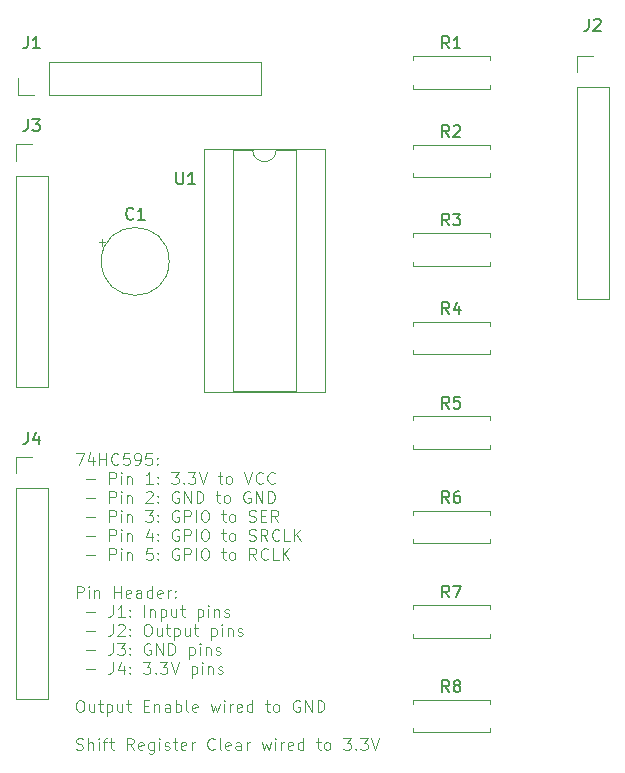
<source format=gbr>
%TF.GenerationSoftware,KiCad,Pcbnew,9.0.4*%
%TF.CreationDate,2025-09-14T11:05:21+01:00*%
%TF.ProjectId,sipo,7369706f-2e6b-4696-9361-645f70636258,rev?*%
%TF.SameCoordinates,Original*%
%TF.FileFunction,Legend,Top*%
%TF.FilePolarity,Positive*%
%FSLAX46Y46*%
G04 Gerber Fmt 4.6, Leading zero omitted, Abs format (unit mm)*
G04 Created by KiCad (PCBNEW 9.0.4) date 2025-09-14 11:05:21*
%MOMM*%
%LPD*%
G01*
G04 APERTURE LIST*
%ADD10C,0.100000*%
%ADD11C,0.150000*%
%ADD12C,0.120000*%
G04 APERTURE END LIST*
D10*
X107708646Y-90723259D02*
X108375312Y-90723259D01*
X108375312Y-90723259D02*
X107946741Y-91723259D01*
X109184836Y-91056592D02*
X109184836Y-91723259D01*
X108946741Y-90675640D02*
X108708646Y-91389925D01*
X108708646Y-91389925D02*
X109327693Y-91389925D01*
X109708646Y-91723259D02*
X109708646Y-90723259D01*
X109708646Y-91199449D02*
X110280074Y-91199449D01*
X110280074Y-91723259D02*
X110280074Y-90723259D01*
X111327693Y-91628020D02*
X111280074Y-91675640D01*
X111280074Y-91675640D02*
X111137217Y-91723259D01*
X111137217Y-91723259D02*
X111041979Y-91723259D01*
X111041979Y-91723259D02*
X110899122Y-91675640D01*
X110899122Y-91675640D02*
X110803884Y-91580401D01*
X110803884Y-91580401D02*
X110756265Y-91485163D01*
X110756265Y-91485163D02*
X110708646Y-91294687D01*
X110708646Y-91294687D02*
X110708646Y-91151830D01*
X110708646Y-91151830D02*
X110756265Y-90961354D01*
X110756265Y-90961354D02*
X110803884Y-90866116D01*
X110803884Y-90866116D02*
X110899122Y-90770878D01*
X110899122Y-90770878D02*
X111041979Y-90723259D01*
X111041979Y-90723259D02*
X111137217Y-90723259D01*
X111137217Y-90723259D02*
X111280074Y-90770878D01*
X111280074Y-90770878D02*
X111327693Y-90818497D01*
X112232455Y-90723259D02*
X111756265Y-90723259D01*
X111756265Y-90723259D02*
X111708646Y-91199449D01*
X111708646Y-91199449D02*
X111756265Y-91151830D01*
X111756265Y-91151830D02*
X111851503Y-91104211D01*
X111851503Y-91104211D02*
X112089598Y-91104211D01*
X112089598Y-91104211D02*
X112184836Y-91151830D01*
X112184836Y-91151830D02*
X112232455Y-91199449D01*
X112232455Y-91199449D02*
X112280074Y-91294687D01*
X112280074Y-91294687D02*
X112280074Y-91532782D01*
X112280074Y-91532782D02*
X112232455Y-91628020D01*
X112232455Y-91628020D02*
X112184836Y-91675640D01*
X112184836Y-91675640D02*
X112089598Y-91723259D01*
X112089598Y-91723259D02*
X111851503Y-91723259D01*
X111851503Y-91723259D02*
X111756265Y-91675640D01*
X111756265Y-91675640D02*
X111708646Y-91628020D01*
X112756265Y-91723259D02*
X112946741Y-91723259D01*
X112946741Y-91723259D02*
X113041979Y-91675640D01*
X113041979Y-91675640D02*
X113089598Y-91628020D01*
X113089598Y-91628020D02*
X113184836Y-91485163D01*
X113184836Y-91485163D02*
X113232455Y-91294687D01*
X113232455Y-91294687D02*
X113232455Y-90913735D01*
X113232455Y-90913735D02*
X113184836Y-90818497D01*
X113184836Y-90818497D02*
X113137217Y-90770878D01*
X113137217Y-90770878D02*
X113041979Y-90723259D01*
X113041979Y-90723259D02*
X112851503Y-90723259D01*
X112851503Y-90723259D02*
X112756265Y-90770878D01*
X112756265Y-90770878D02*
X112708646Y-90818497D01*
X112708646Y-90818497D02*
X112661027Y-90913735D01*
X112661027Y-90913735D02*
X112661027Y-91151830D01*
X112661027Y-91151830D02*
X112708646Y-91247068D01*
X112708646Y-91247068D02*
X112756265Y-91294687D01*
X112756265Y-91294687D02*
X112851503Y-91342306D01*
X112851503Y-91342306D02*
X113041979Y-91342306D01*
X113041979Y-91342306D02*
X113137217Y-91294687D01*
X113137217Y-91294687D02*
X113184836Y-91247068D01*
X113184836Y-91247068D02*
X113232455Y-91151830D01*
X114137217Y-90723259D02*
X113661027Y-90723259D01*
X113661027Y-90723259D02*
X113613408Y-91199449D01*
X113613408Y-91199449D02*
X113661027Y-91151830D01*
X113661027Y-91151830D02*
X113756265Y-91104211D01*
X113756265Y-91104211D02*
X113994360Y-91104211D01*
X113994360Y-91104211D02*
X114089598Y-91151830D01*
X114089598Y-91151830D02*
X114137217Y-91199449D01*
X114137217Y-91199449D02*
X114184836Y-91294687D01*
X114184836Y-91294687D02*
X114184836Y-91532782D01*
X114184836Y-91532782D02*
X114137217Y-91628020D01*
X114137217Y-91628020D02*
X114089598Y-91675640D01*
X114089598Y-91675640D02*
X113994360Y-91723259D01*
X113994360Y-91723259D02*
X113756265Y-91723259D01*
X113756265Y-91723259D02*
X113661027Y-91675640D01*
X113661027Y-91675640D02*
X113613408Y-91628020D01*
X114613408Y-91628020D02*
X114661027Y-91675640D01*
X114661027Y-91675640D02*
X114613408Y-91723259D01*
X114613408Y-91723259D02*
X114565789Y-91675640D01*
X114565789Y-91675640D02*
X114613408Y-91628020D01*
X114613408Y-91628020D02*
X114613408Y-91723259D01*
X114613408Y-91104211D02*
X114661027Y-91151830D01*
X114661027Y-91151830D02*
X114613408Y-91199449D01*
X114613408Y-91199449D02*
X114565789Y-91151830D01*
X114565789Y-91151830D02*
X114613408Y-91104211D01*
X114613408Y-91104211D02*
X114613408Y-91199449D01*
X108565789Y-92952250D02*
X109327694Y-92952250D01*
X110565789Y-93333203D02*
X110565789Y-92333203D01*
X110565789Y-92333203D02*
X110946741Y-92333203D01*
X110946741Y-92333203D02*
X111041979Y-92380822D01*
X111041979Y-92380822D02*
X111089598Y-92428441D01*
X111089598Y-92428441D02*
X111137217Y-92523679D01*
X111137217Y-92523679D02*
X111137217Y-92666536D01*
X111137217Y-92666536D02*
X111089598Y-92761774D01*
X111089598Y-92761774D02*
X111041979Y-92809393D01*
X111041979Y-92809393D02*
X110946741Y-92857012D01*
X110946741Y-92857012D02*
X110565789Y-92857012D01*
X111565789Y-93333203D02*
X111565789Y-92666536D01*
X111565789Y-92333203D02*
X111518170Y-92380822D01*
X111518170Y-92380822D02*
X111565789Y-92428441D01*
X111565789Y-92428441D02*
X111613408Y-92380822D01*
X111613408Y-92380822D02*
X111565789Y-92333203D01*
X111565789Y-92333203D02*
X111565789Y-92428441D01*
X112041979Y-92666536D02*
X112041979Y-93333203D01*
X112041979Y-92761774D02*
X112089598Y-92714155D01*
X112089598Y-92714155D02*
X112184836Y-92666536D01*
X112184836Y-92666536D02*
X112327693Y-92666536D01*
X112327693Y-92666536D02*
X112422931Y-92714155D01*
X112422931Y-92714155D02*
X112470550Y-92809393D01*
X112470550Y-92809393D02*
X112470550Y-93333203D01*
X114232455Y-93333203D02*
X113661027Y-93333203D01*
X113946741Y-93333203D02*
X113946741Y-92333203D01*
X113946741Y-92333203D02*
X113851503Y-92476060D01*
X113851503Y-92476060D02*
X113756265Y-92571298D01*
X113756265Y-92571298D02*
X113661027Y-92618917D01*
X114661027Y-93237964D02*
X114708646Y-93285584D01*
X114708646Y-93285584D02*
X114661027Y-93333203D01*
X114661027Y-93333203D02*
X114613408Y-93285584D01*
X114613408Y-93285584D02*
X114661027Y-93237964D01*
X114661027Y-93237964D02*
X114661027Y-93333203D01*
X114661027Y-92714155D02*
X114708646Y-92761774D01*
X114708646Y-92761774D02*
X114661027Y-92809393D01*
X114661027Y-92809393D02*
X114613408Y-92761774D01*
X114613408Y-92761774D02*
X114661027Y-92714155D01*
X114661027Y-92714155D02*
X114661027Y-92809393D01*
X115803884Y-92333203D02*
X116422931Y-92333203D01*
X116422931Y-92333203D02*
X116089598Y-92714155D01*
X116089598Y-92714155D02*
X116232455Y-92714155D01*
X116232455Y-92714155D02*
X116327693Y-92761774D01*
X116327693Y-92761774D02*
X116375312Y-92809393D01*
X116375312Y-92809393D02*
X116422931Y-92904631D01*
X116422931Y-92904631D02*
X116422931Y-93142726D01*
X116422931Y-93142726D02*
X116375312Y-93237964D01*
X116375312Y-93237964D02*
X116327693Y-93285584D01*
X116327693Y-93285584D02*
X116232455Y-93333203D01*
X116232455Y-93333203D02*
X115946741Y-93333203D01*
X115946741Y-93333203D02*
X115851503Y-93285584D01*
X115851503Y-93285584D02*
X115803884Y-93237964D01*
X116851503Y-93237964D02*
X116899122Y-93285584D01*
X116899122Y-93285584D02*
X116851503Y-93333203D01*
X116851503Y-93333203D02*
X116803884Y-93285584D01*
X116803884Y-93285584D02*
X116851503Y-93237964D01*
X116851503Y-93237964D02*
X116851503Y-93333203D01*
X117232455Y-92333203D02*
X117851502Y-92333203D01*
X117851502Y-92333203D02*
X117518169Y-92714155D01*
X117518169Y-92714155D02*
X117661026Y-92714155D01*
X117661026Y-92714155D02*
X117756264Y-92761774D01*
X117756264Y-92761774D02*
X117803883Y-92809393D01*
X117803883Y-92809393D02*
X117851502Y-92904631D01*
X117851502Y-92904631D02*
X117851502Y-93142726D01*
X117851502Y-93142726D02*
X117803883Y-93237964D01*
X117803883Y-93237964D02*
X117756264Y-93285584D01*
X117756264Y-93285584D02*
X117661026Y-93333203D01*
X117661026Y-93333203D02*
X117375312Y-93333203D01*
X117375312Y-93333203D02*
X117280074Y-93285584D01*
X117280074Y-93285584D02*
X117232455Y-93237964D01*
X118137217Y-92333203D02*
X118470550Y-93333203D01*
X118470550Y-93333203D02*
X118803883Y-92333203D01*
X119756265Y-92666536D02*
X120137217Y-92666536D01*
X119899122Y-92333203D02*
X119899122Y-93190345D01*
X119899122Y-93190345D02*
X119946741Y-93285584D01*
X119946741Y-93285584D02*
X120041979Y-93333203D01*
X120041979Y-93333203D02*
X120137217Y-93333203D01*
X120613408Y-93333203D02*
X120518170Y-93285584D01*
X120518170Y-93285584D02*
X120470551Y-93237964D01*
X120470551Y-93237964D02*
X120422932Y-93142726D01*
X120422932Y-93142726D02*
X120422932Y-92857012D01*
X120422932Y-92857012D02*
X120470551Y-92761774D01*
X120470551Y-92761774D02*
X120518170Y-92714155D01*
X120518170Y-92714155D02*
X120613408Y-92666536D01*
X120613408Y-92666536D02*
X120756265Y-92666536D01*
X120756265Y-92666536D02*
X120851503Y-92714155D01*
X120851503Y-92714155D02*
X120899122Y-92761774D01*
X120899122Y-92761774D02*
X120946741Y-92857012D01*
X120946741Y-92857012D02*
X120946741Y-93142726D01*
X120946741Y-93142726D02*
X120899122Y-93237964D01*
X120899122Y-93237964D02*
X120851503Y-93285584D01*
X120851503Y-93285584D02*
X120756265Y-93333203D01*
X120756265Y-93333203D02*
X120613408Y-93333203D01*
X121994361Y-92333203D02*
X122327694Y-93333203D01*
X122327694Y-93333203D02*
X122661027Y-92333203D01*
X123565789Y-93237964D02*
X123518170Y-93285584D01*
X123518170Y-93285584D02*
X123375313Y-93333203D01*
X123375313Y-93333203D02*
X123280075Y-93333203D01*
X123280075Y-93333203D02*
X123137218Y-93285584D01*
X123137218Y-93285584D02*
X123041980Y-93190345D01*
X123041980Y-93190345D02*
X122994361Y-93095107D01*
X122994361Y-93095107D02*
X122946742Y-92904631D01*
X122946742Y-92904631D02*
X122946742Y-92761774D01*
X122946742Y-92761774D02*
X122994361Y-92571298D01*
X122994361Y-92571298D02*
X123041980Y-92476060D01*
X123041980Y-92476060D02*
X123137218Y-92380822D01*
X123137218Y-92380822D02*
X123280075Y-92333203D01*
X123280075Y-92333203D02*
X123375313Y-92333203D01*
X123375313Y-92333203D02*
X123518170Y-92380822D01*
X123518170Y-92380822D02*
X123565789Y-92428441D01*
X124565789Y-93237964D02*
X124518170Y-93285584D01*
X124518170Y-93285584D02*
X124375313Y-93333203D01*
X124375313Y-93333203D02*
X124280075Y-93333203D01*
X124280075Y-93333203D02*
X124137218Y-93285584D01*
X124137218Y-93285584D02*
X124041980Y-93190345D01*
X124041980Y-93190345D02*
X123994361Y-93095107D01*
X123994361Y-93095107D02*
X123946742Y-92904631D01*
X123946742Y-92904631D02*
X123946742Y-92761774D01*
X123946742Y-92761774D02*
X123994361Y-92571298D01*
X123994361Y-92571298D02*
X124041980Y-92476060D01*
X124041980Y-92476060D02*
X124137218Y-92380822D01*
X124137218Y-92380822D02*
X124280075Y-92333203D01*
X124280075Y-92333203D02*
X124375313Y-92333203D01*
X124375313Y-92333203D02*
X124518170Y-92380822D01*
X124518170Y-92380822D02*
X124565789Y-92428441D01*
X108565789Y-94562194D02*
X109327694Y-94562194D01*
X110565789Y-94943147D02*
X110565789Y-93943147D01*
X110565789Y-93943147D02*
X110946741Y-93943147D01*
X110946741Y-93943147D02*
X111041979Y-93990766D01*
X111041979Y-93990766D02*
X111089598Y-94038385D01*
X111089598Y-94038385D02*
X111137217Y-94133623D01*
X111137217Y-94133623D02*
X111137217Y-94276480D01*
X111137217Y-94276480D02*
X111089598Y-94371718D01*
X111089598Y-94371718D02*
X111041979Y-94419337D01*
X111041979Y-94419337D02*
X110946741Y-94466956D01*
X110946741Y-94466956D02*
X110565789Y-94466956D01*
X111565789Y-94943147D02*
X111565789Y-94276480D01*
X111565789Y-93943147D02*
X111518170Y-93990766D01*
X111518170Y-93990766D02*
X111565789Y-94038385D01*
X111565789Y-94038385D02*
X111613408Y-93990766D01*
X111613408Y-93990766D02*
X111565789Y-93943147D01*
X111565789Y-93943147D02*
X111565789Y-94038385D01*
X112041979Y-94276480D02*
X112041979Y-94943147D01*
X112041979Y-94371718D02*
X112089598Y-94324099D01*
X112089598Y-94324099D02*
X112184836Y-94276480D01*
X112184836Y-94276480D02*
X112327693Y-94276480D01*
X112327693Y-94276480D02*
X112422931Y-94324099D01*
X112422931Y-94324099D02*
X112470550Y-94419337D01*
X112470550Y-94419337D02*
X112470550Y-94943147D01*
X113661027Y-94038385D02*
X113708646Y-93990766D01*
X113708646Y-93990766D02*
X113803884Y-93943147D01*
X113803884Y-93943147D02*
X114041979Y-93943147D01*
X114041979Y-93943147D02*
X114137217Y-93990766D01*
X114137217Y-93990766D02*
X114184836Y-94038385D01*
X114184836Y-94038385D02*
X114232455Y-94133623D01*
X114232455Y-94133623D02*
X114232455Y-94228861D01*
X114232455Y-94228861D02*
X114184836Y-94371718D01*
X114184836Y-94371718D02*
X113613408Y-94943147D01*
X113613408Y-94943147D02*
X114232455Y-94943147D01*
X114661027Y-94847908D02*
X114708646Y-94895528D01*
X114708646Y-94895528D02*
X114661027Y-94943147D01*
X114661027Y-94943147D02*
X114613408Y-94895528D01*
X114613408Y-94895528D02*
X114661027Y-94847908D01*
X114661027Y-94847908D02*
X114661027Y-94943147D01*
X114661027Y-94324099D02*
X114708646Y-94371718D01*
X114708646Y-94371718D02*
X114661027Y-94419337D01*
X114661027Y-94419337D02*
X114613408Y-94371718D01*
X114613408Y-94371718D02*
X114661027Y-94324099D01*
X114661027Y-94324099D02*
X114661027Y-94419337D01*
X116422931Y-93990766D02*
X116327693Y-93943147D01*
X116327693Y-93943147D02*
X116184836Y-93943147D01*
X116184836Y-93943147D02*
X116041979Y-93990766D01*
X116041979Y-93990766D02*
X115946741Y-94086004D01*
X115946741Y-94086004D02*
X115899122Y-94181242D01*
X115899122Y-94181242D02*
X115851503Y-94371718D01*
X115851503Y-94371718D02*
X115851503Y-94514575D01*
X115851503Y-94514575D02*
X115899122Y-94705051D01*
X115899122Y-94705051D02*
X115946741Y-94800289D01*
X115946741Y-94800289D02*
X116041979Y-94895528D01*
X116041979Y-94895528D02*
X116184836Y-94943147D01*
X116184836Y-94943147D02*
X116280074Y-94943147D01*
X116280074Y-94943147D02*
X116422931Y-94895528D01*
X116422931Y-94895528D02*
X116470550Y-94847908D01*
X116470550Y-94847908D02*
X116470550Y-94514575D01*
X116470550Y-94514575D02*
X116280074Y-94514575D01*
X116899122Y-94943147D02*
X116899122Y-93943147D01*
X116899122Y-93943147D02*
X117470550Y-94943147D01*
X117470550Y-94943147D02*
X117470550Y-93943147D01*
X117946741Y-94943147D02*
X117946741Y-93943147D01*
X117946741Y-93943147D02*
X118184836Y-93943147D01*
X118184836Y-93943147D02*
X118327693Y-93990766D01*
X118327693Y-93990766D02*
X118422931Y-94086004D01*
X118422931Y-94086004D02*
X118470550Y-94181242D01*
X118470550Y-94181242D02*
X118518169Y-94371718D01*
X118518169Y-94371718D02*
X118518169Y-94514575D01*
X118518169Y-94514575D02*
X118470550Y-94705051D01*
X118470550Y-94705051D02*
X118422931Y-94800289D01*
X118422931Y-94800289D02*
X118327693Y-94895528D01*
X118327693Y-94895528D02*
X118184836Y-94943147D01*
X118184836Y-94943147D02*
X117946741Y-94943147D01*
X119565789Y-94276480D02*
X119946741Y-94276480D01*
X119708646Y-93943147D02*
X119708646Y-94800289D01*
X119708646Y-94800289D02*
X119756265Y-94895528D01*
X119756265Y-94895528D02*
X119851503Y-94943147D01*
X119851503Y-94943147D02*
X119946741Y-94943147D01*
X120422932Y-94943147D02*
X120327694Y-94895528D01*
X120327694Y-94895528D02*
X120280075Y-94847908D01*
X120280075Y-94847908D02*
X120232456Y-94752670D01*
X120232456Y-94752670D02*
X120232456Y-94466956D01*
X120232456Y-94466956D02*
X120280075Y-94371718D01*
X120280075Y-94371718D02*
X120327694Y-94324099D01*
X120327694Y-94324099D02*
X120422932Y-94276480D01*
X120422932Y-94276480D02*
X120565789Y-94276480D01*
X120565789Y-94276480D02*
X120661027Y-94324099D01*
X120661027Y-94324099D02*
X120708646Y-94371718D01*
X120708646Y-94371718D02*
X120756265Y-94466956D01*
X120756265Y-94466956D02*
X120756265Y-94752670D01*
X120756265Y-94752670D02*
X120708646Y-94847908D01*
X120708646Y-94847908D02*
X120661027Y-94895528D01*
X120661027Y-94895528D02*
X120565789Y-94943147D01*
X120565789Y-94943147D02*
X120422932Y-94943147D01*
X122470551Y-93990766D02*
X122375313Y-93943147D01*
X122375313Y-93943147D02*
X122232456Y-93943147D01*
X122232456Y-93943147D02*
X122089599Y-93990766D01*
X122089599Y-93990766D02*
X121994361Y-94086004D01*
X121994361Y-94086004D02*
X121946742Y-94181242D01*
X121946742Y-94181242D02*
X121899123Y-94371718D01*
X121899123Y-94371718D02*
X121899123Y-94514575D01*
X121899123Y-94514575D02*
X121946742Y-94705051D01*
X121946742Y-94705051D02*
X121994361Y-94800289D01*
X121994361Y-94800289D02*
X122089599Y-94895528D01*
X122089599Y-94895528D02*
X122232456Y-94943147D01*
X122232456Y-94943147D02*
X122327694Y-94943147D01*
X122327694Y-94943147D02*
X122470551Y-94895528D01*
X122470551Y-94895528D02*
X122518170Y-94847908D01*
X122518170Y-94847908D02*
X122518170Y-94514575D01*
X122518170Y-94514575D02*
X122327694Y-94514575D01*
X122946742Y-94943147D02*
X122946742Y-93943147D01*
X122946742Y-93943147D02*
X123518170Y-94943147D01*
X123518170Y-94943147D02*
X123518170Y-93943147D01*
X123994361Y-94943147D02*
X123994361Y-93943147D01*
X123994361Y-93943147D02*
X124232456Y-93943147D01*
X124232456Y-93943147D02*
X124375313Y-93990766D01*
X124375313Y-93990766D02*
X124470551Y-94086004D01*
X124470551Y-94086004D02*
X124518170Y-94181242D01*
X124518170Y-94181242D02*
X124565789Y-94371718D01*
X124565789Y-94371718D02*
X124565789Y-94514575D01*
X124565789Y-94514575D02*
X124518170Y-94705051D01*
X124518170Y-94705051D02*
X124470551Y-94800289D01*
X124470551Y-94800289D02*
X124375313Y-94895528D01*
X124375313Y-94895528D02*
X124232456Y-94943147D01*
X124232456Y-94943147D02*
X123994361Y-94943147D01*
X108565789Y-96172138D02*
X109327694Y-96172138D01*
X110565789Y-96553091D02*
X110565789Y-95553091D01*
X110565789Y-95553091D02*
X110946741Y-95553091D01*
X110946741Y-95553091D02*
X111041979Y-95600710D01*
X111041979Y-95600710D02*
X111089598Y-95648329D01*
X111089598Y-95648329D02*
X111137217Y-95743567D01*
X111137217Y-95743567D02*
X111137217Y-95886424D01*
X111137217Y-95886424D02*
X111089598Y-95981662D01*
X111089598Y-95981662D02*
X111041979Y-96029281D01*
X111041979Y-96029281D02*
X110946741Y-96076900D01*
X110946741Y-96076900D02*
X110565789Y-96076900D01*
X111565789Y-96553091D02*
X111565789Y-95886424D01*
X111565789Y-95553091D02*
X111518170Y-95600710D01*
X111518170Y-95600710D02*
X111565789Y-95648329D01*
X111565789Y-95648329D02*
X111613408Y-95600710D01*
X111613408Y-95600710D02*
X111565789Y-95553091D01*
X111565789Y-95553091D02*
X111565789Y-95648329D01*
X112041979Y-95886424D02*
X112041979Y-96553091D01*
X112041979Y-95981662D02*
X112089598Y-95934043D01*
X112089598Y-95934043D02*
X112184836Y-95886424D01*
X112184836Y-95886424D02*
X112327693Y-95886424D01*
X112327693Y-95886424D02*
X112422931Y-95934043D01*
X112422931Y-95934043D02*
X112470550Y-96029281D01*
X112470550Y-96029281D02*
X112470550Y-96553091D01*
X113613408Y-95553091D02*
X114232455Y-95553091D01*
X114232455Y-95553091D02*
X113899122Y-95934043D01*
X113899122Y-95934043D02*
X114041979Y-95934043D01*
X114041979Y-95934043D02*
X114137217Y-95981662D01*
X114137217Y-95981662D02*
X114184836Y-96029281D01*
X114184836Y-96029281D02*
X114232455Y-96124519D01*
X114232455Y-96124519D02*
X114232455Y-96362614D01*
X114232455Y-96362614D02*
X114184836Y-96457852D01*
X114184836Y-96457852D02*
X114137217Y-96505472D01*
X114137217Y-96505472D02*
X114041979Y-96553091D01*
X114041979Y-96553091D02*
X113756265Y-96553091D01*
X113756265Y-96553091D02*
X113661027Y-96505472D01*
X113661027Y-96505472D02*
X113613408Y-96457852D01*
X114661027Y-96457852D02*
X114708646Y-96505472D01*
X114708646Y-96505472D02*
X114661027Y-96553091D01*
X114661027Y-96553091D02*
X114613408Y-96505472D01*
X114613408Y-96505472D02*
X114661027Y-96457852D01*
X114661027Y-96457852D02*
X114661027Y-96553091D01*
X114661027Y-95934043D02*
X114708646Y-95981662D01*
X114708646Y-95981662D02*
X114661027Y-96029281D01*
X114661027Y-96029281D02*
X114613408Y-95981662D01*
X114613408Y-95981662D02*
X114661027Y-95934043D01*
X114661027Y-95934043D02*
X114661027Y-96029281D01*
X116422931Y-95600710D02*
X116327693Y-95553091D01*
X116327693Y-95553091D02*
X116184836Y-95553091D01*
X116184836Y-95553091D02*
X116041979Y-95600710D01*
X116041979Y-95600710D02*
X115946741Y-95695948D01*
X115946741Y-95695948D02*
X115899122Y-95791186D01*
X115899122Y-95791186D02*
X115851503Y-95981662D01*
X115851503Y-95981662D02*
X115851503Y-96124519D01*
X115851503Y-96124519D02*
X115899122Y-96314995D01*
X115899122Y-96314995D02*
X115946741Y-96410233D01*
X115946741Y-96410233D02*
X116041979Y-96505472D01*
X116041979Y-96505472D02*
X116184836Y-96553091D01*
X116184836Y-96553091D02*
X116280074Y-96553091D01*
X116280074Y-96553091D02*
X116422931Y-96505472D01*
X116422931Y-96505472D02*
X116470550Y-96457852D01*
X116470550Y-96457852D02*
X116470550Y-96124519D01*
X116470550Y-96124519D02*
X116280074Y-96124519D01*
X116899122Y-96553091D02*
X116899122Y-95553091D01*
X116899122Y-95553091D02*
X117280074Y-95553091D01*
X117280074Y-95553091D02*
X117375312Y-95600710D01*
X117375312Y-95600710D02*
X117422931Y-95648329D01*
X117422931Y-95648329D02*
X117470550Y-95743567D01*
X117470550Y-95743567D02*
X117470550Y-95886424D01*
X117470550Y-95886424D02*
X117422931Y-95981662D01*
X117422931Y-95981662D02*
X117375312Y-96029281D01*
X117375312Y-96029281D02*
X117280074Y-96076900D01*
X117280074Y-96076900D02*
X116899122Y-96076900D01*
X117899122Y-96553091D02*
X117899122Y-95553091D01*
X118565788Y-95553091D02*
X118756264Y-95553091D01*
X118756264Y-95553091D02*
X118851502Y-95600710D01*
X118851502Y-95600710D02*
X118946740Y-95695948D01*
X118946740Y-95695948D02*
X118994359Y-95886424D01*
X118994359Y-95886424D02*
X118994359Y-96219757D01*
X118994359Y-96219757D02*
X118946740Y-96410233D01*
X118946740Y-96410233D02*
X118851502Y-96505472D01*
X118851502Y-96505472D02*
X118756264Y-96553091D01*
X118756264Y-96553091D02*
X118565788Y-96553091D01*
X118565788Y-96553091D02*
X118470550Y-96505472D01*
X118470550Y-96505472D02*
X118375312Y-96410233D01*
X118375312Y-96410233D02*
X118327693Y-96219757D01*
X118327693Y-96219757D02*
X118327693Y-95886424D01*
X118327693Y-95886424D02*
X118375312Y-95695948D01*
X118375312Y-95695948D02*
X118470550Y-95600710D01*
X118470550Y-95600710D02*
X118565788Y-95553091D01*
X120041979Y-95886424D02*
X120422931Y-95886424D01*
X120184836Y-95553091D02*
X120184836Y-96410233D01*
X120184836Y-96410233D02*
X120232455Y-96505472D01*
X120232455Y-96505472D02*
X120327693Y-96553091D01*
X120327693Y-96553091D02*
X120422931Y-96553091D01*
X120899122Y-96553091D02*
X120803884Y-96505472D01*
X120803884Y-96505472D02*
X120756265Y-96457852D01*
X120756265Y-96457852D02*
X120708646Y-96362614D01*
X120708646Y-96362614D02*
X120708646Y-96076900D01*
X120708646Y-96076900D02*
X120756265Y-95981662D01*
X120756265Y-95981662D02*
X120803884Y-95934043D01*
X120803884Y-95934043D02*
X120899122Y-95886424D01*
X120899122Y-95886424D02*
X121041979Y-95886424D01*
X121041979Y-95886424D02*
X121137217Y-95934043D01*
X121137217Y-95934043D02*
X121184836Y-95981662D01*
X121184836Y-95981662D02*
X121232455Y-96076900D01*
X121232455Y-96076900D02*
X121232455Y-96362614D01*
X121232455Y-96362614D02*
X121184836Y-96457852D01*
X121184836Y-96457852D02*
X121137217Y-96505472D01*
X121137217Y-96505472D02*
X121041979Y-96553091D01*
X121041979Y-96553091D02*
X120899122Y-96553091D01*
X122375313Y-96505472D02*
X122518170Y-96553091D01*
X122518170Y-96553091D02*
X122756265Y-96553091D01*
X122756265Y-96553091D02*
X122851503Y-96505472D01*
X122851503Y-96505472D02*
X122899122Y-96457852D01*
X122899122Y-96457852D02*
X122946741Y-96362614D01*
X122946741Y-96362614D02*
X122946741Y-96267376D01*
X122946741Y-96267376D02*
X122899122Y-96172138D01*
X122899122Y-96172138D02*
X122851503Y-96124519D01*
X122851503Y-96124519D02*
X122756265Y-96076900D01*
X122756265Y-96076900D02*
X122565789Y-96029281D01*
X122565789Y-96029281D02*
X122470551Y-95981662D01*
X122470551Y-95981662D02*
X122422932Y-95934043D01*
X122422932Y-95934043D02*
X122375313Y-95838805D01*
X122375313Y-95838805D02*
X122375313Y-95743567D01*
X122375313Y-95743567D02*
X122422932Y-95648329D01*
X122422932Y-95648329D02*
X122470551Y-95600710D01*
X122470551Y-95600710D02*
X122565789Y-95553091D01*
X122565789Y-95553091D02*
X122803884Y-95553091D01*
X122803884Y-95553091D02*
X122946741Y-95600710D01*
X123375313Y-96029281D02*
X123708646Y-96029281D01*
X123851503Y-96553091D02*
X123375313Y-96553091D01*
X123375313Y-96553091D02*
X123375313Y-95553091D01*
X123375313Y-95553091D02*
X123851503Y-95553091D01*
X124851503Y-96553091D02*
X124518170Y-96076900D01*
X124280075Y-96553091D02*
X124280075Y-95553091D01*
X124280075Y-95553091D02*
X124661027Y-95553091D01*
X124661027Y-95553091D02*
X124756265Y-95600710D01*
X124756265Y-95600710D02*
X124803884Y-95648329D01*
X124803884Y-95648329D02*
X124851503Y-95743567D01*
X124851503Y-95743567D02*
X124851503Y-95886424D01*
X124851503Y-95886424D02*
X124803884Y-95981662D01*
X124803884Y-95981662D02*
X124756265Y-96029281D01*
X124756265Y-96029281D02*
X124661027Y-96076900D01*
X124661027Y-96076900D02*
X124280075Y-96076900D01*
X108565789Y-97782082D02*
X109327694Y-97782082D01*
X110565789Y-98163035D02*
X110565789Y-97163035D01*
X110565789Y-97163035D02*
X110946741Y-97163035D01*
X110946741Y-97163035D02*
X111041979Y-97210654D01*
X111041979Y-97210654D02*
X111089598Y-97258273D01*
X111089598Y-97258273D02*
X111137217Y-97353511D01*
X111137217Y-97353511D02*
X111137217Y-97496368D01*
X111137217Y-97496368D02*
X111089598Y-97591606D01*
X111089598Y-97591606D02*
X111041979Y-97639225D01*
X111041979Y-97639225D02*
X110946741Y-97686844D01*
X110946741Y-97686844D02*
X110565789Y-97686844D01*
X111565789Y-98163035D02*
X111565789Y-97496368D01*
X111565789Y-97163035D02*
X111518170Y-97210654D01*
X111518170Y-97210654D02*
X111565789Y-97258273D01*
X111565789Y-97258273D02*
X111613408Y-97210654D01*
X111613408Y-97210654D02*
X111565789Y-97163035D01*
X111565789Y-97163035D02*
X111565789Y-97258273D01*
X112041979Y-97496368D02*
X112041979Y-98163035D01*
X112041979Y-97591606D02*
X112089598Y-97543987D01*
X112089598Y-97543987D02*
X112184836Y-97496368D01*
X112184836Y-97496368D02*
X112327693Y-97496368D01*
X112327693Y-97496368D02*
X112422931Y-97543987D01*
X112422931Y-97543987D02*
X112470550Y-97639225D01*
X112470550Y-97639225D02*
X112470550Y-98163035D01*
X114137217Y-97496368D02*
X114137217Y-98163035D01*
X113899122Y-97115416D02*
X113661027Y-97829701D01*
X113661027Y-97829701D02*
X114280074Y-97829701D01*
X114661027Y-98067796D02*
X114708646Y-98115416D01*
X114708646Y-98115416D02*
X114661027Y-98163035D01*
X114661027Y-98163035D02*
X114613408Y-98115416D01*
X114613408Y-98115416D02*
X114661027Y-98067796D01*
X114661027Y-98067796D02*
X114661027Y-98163035D01*
X114661027Y-97543987D02*
X114708646Y-97591606D01*
X114708646Y-97591606D02*
X114661027Y-97639225D01*
X114661027Y-97639225D02*
X114613408Y-97591606D01*
X114613408Y-97591606D02*
X114661027Y-97543987D01*
X114661027Y-97543987D02*
X114661027Y-97639225D01*
X116422931Y-97210654D02*
X116327693Y-97163035D01*
X116327693Y-97163035D02*
X116184836Y-97163035D01*
X116184836Y-97163035D02*
X116041979Y-97210654D01*
X116041979Y-97210654D02*
X115946741Y-97305892D01*
X115946741Y-97305892D02*
X115899122Y-97401130D01*
X115899122Y-97401130D02*
X115851503Y-97591606D01*
X115851503Y-97591606D02*
X115851503Y-97734463D01*
X115851503Y-97734463D02*
X115899122Y-97924939D01*
X115899122Y-97924939D02*
X115946741Y-98020177D01*
X115946741Y-98020177D02*
X116041979Y-98115416D01*
X116041979Y-98115416D02*
X116184836Y-98163035D01*
X116184836Y-98163035D02*
X116280074Y-98163035D01*
X116280074Y-98163035D02*
X116422931Y-98115416D01*
X116422931Y-98115416D02*
X116470550Y-98067796D01*
X116470550Y-98067796D02*
X116470550Y-97734463D01*
X116470550Y-97734463D02*
X116280074Y-97734463D01*
X116899122Y-98163035D02*
X116899122Y-97163035D01*
X116899122Y-97163035D02*
X117280074Y-97163035D01*
X117280074Y-97163035D02*
X117375312Y-97210654D01*
X117375312Y-97210654D02*
X117422931Y-97258273D01*
X117422931Y-97258273D02*
X117470550Y-97353511D01*
X117470550Y-97353511D02*
X117470550Y-97496368D01*
X117470550Y-97496368D02*
X117422931Y-97591606D01*
X117422931Y-97591606D02*
X117375312Y-97639225D01*
X117375312Y-97639225D02*
X117280074Y-97686844D01*
X117280074Y-97686844D02*
X116899122Y-97686844D01*
X117899122Y-98163035D02*
X117899122Y-97163035D01*
X118565788Y-97163035D02*
X118756264Y-97163035D01*
X118756264Y-97163035D02*
X118851502Y-97210654D01*
X118851502Y-97210654D02*
X118946740Y-97305892D01*
X118946740Y-97305892D02*
X118994359Y-97496368D01*
X118994359Y-97496368D02*
X118994359Y-97829701D01*
X118994359Y-97829701D02*
X118946740Y-98020177D01*
X118946740Y-98020177D02*
X118851502Y-98115416D01*
X118851502Y-98115416D02*
X118756264Y-98163035D01*
X118756264Y-98163035D02*
X118565788Y-98163035D01*
X118565788Y-98163035D02*
X118470550Y-98115416D01*
X118470550Y-98115416D02*
X118375312Y-98020177D01*
X118375312Y-98020177D02*
X118327693Y-97829701D01*
X118327693Y-97829701D02*
X118327693Y-97496368D01*
X118327693Y-97496368D02*
X118375312Y-97305892D01*
X118375312Y-97305892D02*
X118470550Y-97210654D01*
X118470550Y-97210654D02*
X118565788Y-97163035D01*
X120041979Y-97496368D02*
X120422931Y-97496368D01*
X120184836Y-97163035D02*
X120184836Y-98020177D01*
X120184836Y-98020177D02*
X120232455Y-98115416D01*
X120232455Y-98115416D02*
X120327693Y-98163035D01*
X120327693Y-98163035D02*
X120422931Y-98163035D01*
X120899122Y-98163035D02*
X120803884Y-98115416D01*
X120803884Y-98115416D02*
X120756265Y-98067796D01*
X120756265Y-98067796D02*
X120708646Y-97972558D01*
X120708646Y-97972558D02*
X120708646Y-97686844D01*
X120708646Y-97686844D02*
X120756265Y-97591606D01*
X120756265Y-97591606D02*
X120803884Y-97543987D01*
X120803884Y-97543987D02*
X120899122Y-97496368D01*
X120899122Y-97496368D02*
X121041979Y-97496368D01*
X121041979Y-97496368D02*
X121137217Y-97543987D01*
X121137217Y-97543987D02*
X121184836Y-97591606D01*
X121184836Y-97591606D02*
X121232455Y-97686844D01*
X121232455Y-97686844D02*
X121232455Y-97972558D01*
X121232455Y-97972558D02*
X121184836Y-98067796D01*
X121184836Y-98067796D02*
X121137217Y-98115416D01*
X121137217Y-98115416D02*
X121041979Y-98163035D01*
X121041979Y-98163035D02*
X120899122Y-98163035D01*
X122375313Y-98115416D02*
X122518170Y-98163035D01*
X122518170Y-98163035D02*
X122756265Y-98163035D01*
X122756265Y-98163035D02*
X122851503Y-98115416D01*
X122851503Y-98115416D02*
X122899122Y-98067796D01*
X122899122Y-98067796D02*
X122946741Y-97972558D01*
X122946741Y-97972558D02*
X122946741Y-97877320D01*
X122946741Y-97877320D02*
X122899122Y-97782082D01*
X122899122Y-97782082D02*
X122851503Y-97734463D01*
X122851503Y-97734463D02*
X122756265Y-97686844D01*
X122756265Y-97686844D02*
X122565789Y-97639225D01*
X122565789Y-97639225D02*
X122470551Y-97591606D01*
X122470551Y-97591606D02*
X122422932Y-97543987D01*
X122422932Y-97543987D02*
X122375313Y-97448749D01*
X122375313Y-97448749D02*
X122375313Y-97353511D01*
X122375313Y-97353511D02*
X122422932Y-97258273D01*
X122422932Y-97258273D02*
X122470551Y-97210654D01*
X122470551Y-97210654D02*
X122565789Y-97163035D01*
X122565789Y-97163035D02*
X122803884Y-97163035D01*
X122803884Y-97163035D02*
X122946741Y-97210654D01*
X123946741Y-98163035D02*
X123613408Y-97686844D01*
X123375313Y-98163035D02*
X123375313Y-97163035D01*
X123375313Y-97163035D02*
X123756265Y-97163035D01*
X123756265Y-97163035D02*
X123851503Y-97210654D01*
X123851503Y-97210654D02*
X123899122Y-97258273D01*
X123899122Y-97258273D02*
X123946741Y-97353511D01*
X123946741Y-97353511D02*
X123946741Y-97496368D01*
X123946741Y-97496368D02*
X123899122Y-97591606D01*
X123899122Y-97591606D02*
X123851503Y-97639225D01*
X123851503Y-97639225D02*
X123756265Y-97686844D01*
X123756265Y-97686844D02*
X123375313Y-97686844D01*
X124946741Y-98067796D02*
X124899122Y-98115416D01*
X124899122Y-98115416D02*
X124756265Y-98163035D01*
X124756265Y-98163035D02*
X124661027Y-98163035D01*
X124661027Y-98163035D02*
X124518170Y-98115416D01*
X124518170Y-98115416D02*
X124422932Y-98020177D01*
X124422932Y-98020177D02*
X124375313Y-97924939D01*
X124375313Y-97924939D02*
X124327694Y-97734463D01*
X124327694Y-97734463D02*
X124327694Y-97591606D01*
X124327694Y-97591606D02*
X124375313Y-97401130D01*
X124375313Y-97401130D02*
X124422932Y-97305892D01*
X124422932Y-97305892D02*
X124518170Y-97210654D01*
X124518170Y-97210654D02*
X124661027Y-97163035D01*
X124661027Y-97163035D02*
X124756265Y-97163035D01*
X124756265Y-97163035D02*
X124899122Y-97210654D01*
X124899122Y-97210654D02*
X124946741Y-97258273D01*
X125851503Y-98163035D02*
X125375313Y-98163035D01*
X125375313Y-98163035D02*
X125375313Y-97163035D01*
X126184837Y-98163035D02*
X126184837Y-97163035D01*
X126756265Y-98163035D02*
X126327694Y-97591606D01*
X126756265Y-97163035D02*
X126184837Y-97734463D01*
X108565789Y-99392026D02*
X109327694Y-99392026D01*
X110565789Y-99772979D02*
X110565789Y-98772979D01*
X110565789Y-98772979D02*
X110946741Y-98772979D01*
X110946741Y-98772979D02*
X111041979Y-98820598D01*
X111041979Y-98820598D02*
X111089598Y-98868217D01*
X111089598Y-98868217D02*
X111137217Y-98963455D01*
X111137217Y-98963455D02*
X111137217Y-99106312D01*
X111137217Y-99106312D02*
X111089598Y-99201550D01*
X111089598Y-99201550D02*
X111041979Y-99249169D01*
X111041979Y-99249169D02*
X110946741Y-99296788D01*
X110946741Y-99296788D02*
X110565789Y-99296788D01*
X111565789Y-99772979D02*
X111565789Y-99106312D01*
X111565789Y-98772979D02*
X111518170Y-98820598D01*
X111518170Y-98820598D02*
X111565789Y-98868217D01*
X111565789Y-98868217D02*
X111613408Y-98820598D01*
X111613408Y-98820598D02*
X111565789Y-98772979D01*
X111565789Y-98772979D02*
X111565789Y-98868217D01*
X112041979Y-99106312D02*
X112041979Y-99772979D01*
X112041979Y-99201550D02*
X112089598Y-99153931D01*
X112089598Y-99153931D02*
X112184836Y-99106312D01*
X112184836Y-99106312D02*
X112327693Y-99106312D01*
X112327693Y-99106312D02*
X112422931Y-99153931D01*
X112422931Y-99153931D02*
X112470550Y-99249169D01*
X112470550Y-99249169D02*
X112470550Y-99772979D01*
X114184836Y-98772979D02*
X113708646Y-98772979D01*
X113708646Y-98772979D02*
X113661027Y-99249169D01*
X113661027Y-99249169D02*
X113708646Y-99201550D01*
X113708646Y-99201550D02*
X113803884Y-99153931D01*
X113803884Y-99153931D02*
X114041979Y-99153931D01*
X114041979Y-99153931D02*
X114137217Y-99201550D01*
X114137217Y-99201550D02*
X114184836Y-99249169D01*
X114184836Y-99249169D02*
X114232455Y-99344407D01*
X114232455Y-99344407D02*
X114232455Y-99582502D01*
X114232455Y-99582502D02*
X114184836Y-99677740D01*
X114184836Y-99677740D02*
X114137217Y-99725360D01*
X114137217Y-99725360D02*
X114041979Y-99772979D01*
X114041979Y-99772979D02*
X113803884Y-99772979D01*
X113803884Y-99772979D02*
X113708646Y-99725360D01*
X113708646Y-99725360D02*
X113661027Y-99677740D01*
X114661027Y-99677740D02*
X114708646Y-99725360D01*
X114708646Y-99725360D02*
X114661027Y-99772979D01*
X114661027Y-99772979D02*
X114613408Y-99725360D01*
X114613408Y-99725360D02*
X114661027Y-99677740D01*
X114661027Y-99677740D02*
X114661027Y-99772979D01*
X114661027Y-99153931D02*
X114708646Y-99201550D01*
X114708646Y-99201550D02*
X114661027Y-99249169D01*
X114661027Y-99249169D02*
X114613408Y-99201550D01*
X114613408Y-99201550D02*
X114661027Y-99153931D01*
X114661027Y-99153931D02*
X114661027Y-99249169D01*
X116422931Y-98820598D02*
X116327693Y-98772979D01*
X116327693Y-98772979D02*
X116184836Y-98772979D01*
X116184836Y-98772979D02*
X116041979Y-98820598D01*
X116041979Y-98820598D02*
X115946741Y-98915836D01*
X115946741Y-98915836D02*
X115899122Y-99011074D01*
X115899122Y-99011074D02*
X115851503Y-99201550D01*
X115851503Y-99201550D02*
X115851503Y-99344407D01*
X115851503Y-99344407D02*
X115899122Y-99534883D01*
X115899122Y-99534883D02*
X115946741Y-99630121D01*
X115946741Y-99630121D02*
X116041979Y-99725360D01*
X116041979Y-99725360D02*
X116184836Y-99772979D01*
X116184836Y-99772979D02*
X116280074Y-99772979D01*
X116280074Y-99772979D02*
X116422931Y-99725360D01*
X116422931Y-99725360D02*
X116470550Y-99677740D01*
X116470550Y-99677740D02*
X116470550Y-99344407D01*
X116470550Y-99344407D02*
X116280074Y-99344407D01*
X116899122Y-99772979D02*
X116899122Y-98772979D01*
X116899122Y-98772979D02*
X117280074Y-98772979D01*
X117280074Y-98772979D02*
X117375312Y-98820598D01*
X117375312Y-98820598D02*
X117422931Y-98868217D01*
X117422931Y-98868217D02*
X117470550Y-98963455D01*
X117470550Y-98963455D02*
X117470550Y-99106312D01*
X117470550Y-99106312D02*
X117422931Y-99201550D01*
X117422931Y-99201550D02*
X117375312Y-99249169D01*
X117375312Y-99249169D02*
X117280074Y-99296788D01*
X117280074Y-99296788D02*
X116899122Y-99296788D01*
X117899122Y-99772979D02*
X117899122Y-98772979D01*
X118565788Y-98772979D02*
X118756264Y-98772979D01*
X118756264Y-98772979D02*
X118851502Y-98820598D01*
X118851502Y-98820598D02*
X118946740Y-98915836D01*
X118946740Y-98915836D02*
X118994359Y-99106312D01*
X118994359Y-99106312D02*
X118994359Y-99439645D01*
X118994359Y-99439645D02*
X118946740Y-99630121D01*
X118946740Y-99630121D02*
X118851502Y-99725360D01*
X118851502Y-99725360D02*
X118756264Y-99772979D01*
X118756264Y-99772979D02*
X118565788Y-99772979D01*
X118565788Y-99772979D02*
X118470550Y-99725360D01*
X118470550Y-99725360D02*
X118375312Y-99630121D01*
X118375312Y-99630121D02*
X118327693Y-99439645D01*
X118327693Y-99439645D02*
X118327693Y-99106312D01*
X118327693Y-99106312D02*
X118375312Y-98915836D01*
X118375312Y-98915836D02*
X118470550Y-98820598D01*
X118470550Y-98820598D02*
X118565788Y-98772979D01*
X120041979Y-99106312D02*
X120422931Y-99106312D01*
X120184836Y-98772979D02*
X120184836Y-99630121D01*
X120184836Y-99630121D02*
X120232455Y-99725360D01*
X120232455Y-99725360D02*
X120327693Y-99772979D01*
X120327693Y-99772979D02*
X120422931Y-99772979D01*
X120899122Y-99772979D02*
X120803884Y-99725360D01*
X120803884Y-99725360D02*
X120756265Y-99677740D01*
X120756265Y-99677740D02*
X120708646Y-99582502D01*
X120708646Y-99582502D02*
X120708646Y-99296788D01*
X120708646Y-99296788D02*
X120756265Y-99201550D01*
X120756265Y-99201550D02*
X120803884Y-99153931D01*
X120803884Y-99153931D02*
X120899122Y-99106312D01*
X120899122Y-99106312D02*
X121041979Y-99106312D01*
X121041979Y-99106312D02*
X121137217Y-99153931D01*
X121137217Y-99153931D02*
X121184836Y-99201550D01*
X121184836Y-99201550D02*
X121232455Y-99296788D01*
X121232455Y-99296788D02*
X121232455Y-99582502D01*
X121232455Y-99582502D02*
X121184836Y-99677740D01*
X121184836Y-99677740D02*
X121137217Y-99725360D01*
X121137217Y-99725360D02*
X121041979Y-99772979D01*
X121041979Y-99772979D02*
X120899122Y-99772979D01*
X122994360Y-99772979D02*
X122661027Y-99296788D01*
X122422932Y-99772979D02*
X122422932Y-98772979D01*
X122422932Y-98772979D02*
X122803884Y-98772979D01*
X122803884Y-98772979D02*
X122899122Y-98820598D01*
X122899122Y-98820598D02*
X122946741Y-98868217D01*
X122946741Y-98868217D02*
X122994360Y-98963455D01*
X122994360Y-98963455D02*
X122994360Y-99106312D01*
X122994360Y-99106312D02*
X122946741Y-99201550D01*
X122946741Y-99201550D02*
X122899122Y-99249169D01*
X122899122Y-99249169D02*
X122803884Y-99296788D01*
X122803884Y-99296788D02*
X122422932Y-99296788D01*
X123994360Y-99677740D02*
X123946741Y-99725360D01*
X123946741Y-99725360D02*
X123803884Y-99772979D01*
X123803884Y-99772979D02*
X123708646Y-99772979D01*
X123708646Y-99772979D02*
X123565789Y-99725360D01*
X123565789Y-99725360D02*
X123470551Y-99630121D01*
X123470551Y-99630121D02*
X123422932Y-99534883D01*
X123422932Y-99534883D02*
X123375313Y-99344407D01*
X123375313Y-99344407D02*
X123375313Y-99201550D01*
X123375313Y-99201550D02*
X123422932Y-99011074D01*
X123422932Y-99011074D02*
X123470551Y-98915836D01*
X123470551Y-98915836D02*
X123565789Y-98820598D01*
X123565789Y-98820598D02*
X123708646Y-98772979D01*
X123708646Y-98772979D02*
X123803884Y-98772979D01*
X123803884Y-98772979D02*
X123946741Y-98820598D01*
X123946741Y-98820598D02*
X123994360Y-98868217D01*
X124899122Y-99772979D02*
X124422932Y-99772979D01*
X124422932Y-99772979D02*
X124422932Y-98772979D01*
X125232456Y-99772979D02*
X125232456Y-98772979D01*
X125803884Y-99772979D02*
X125375313Y-99201550D01*
X125803884Y-98772979D02*
X125232456Y-99344407D01*
X107803884Y-102992867D02*
X107803884Y-101992867D01*
X107803884Y-101992867D02*
X108184836Y-101992867D01*
X108184836Y-101992867D02*
X108280074Y-102040486D01*
X108280074Y-102040486D02*
X108327693Y-102088105D01*
X108327693Y-102088105D02*
X108375312Y-102183343D01*
X108375312Y-102183343D02*
X108375312Y-102326200D01*
X108375312Y-102326200D02*
X108327693Y-102421438D01*
X108327693Y-102421438D02*
X108280074Y-102469057D01*
X108280074Y-102469057D02*
X108184836Y-102516676D01*
X108184836Y-102516676D02*
X107803884Y-102516676D01*
X108803884Y-102992867D02*
X108803884Y-102326200D01*
X108803884Y-101992867D02*
X108756265Y-102040486D01*
X108756265Y-102040486D02*
X108803884Y-102088105D01*
X108803884Y-102088105D02*
X108851503Y-102040486D01*
X108851503Y-102040486D02*
X108803884Y-101992867D01*
X108803884Y-101992867D02*
X108803884Y-102088105D01*
X109280074Y-102326200D02*
X109280074Y-102992867D01*
X109280074Y-102421438D02*
X109327693Y-102373819D01*
X109327693Y-102373819D02*
X109422931Y-102326200D01*
X109422931Y-102326200D02*
X109565788Y-102326200D01*
X109565788Y-102326200D02*
X109661026Y-102373819D01*
X109661026Y-102373819D02*
X109708645Y-102469057D01*
X109708645Y-102469057D02*
X109708645Y-102992867D01*
X110946741Y-102992867D02*
X110946741Y-101992867D01*
X110946741Y-102469057D02*
X111518169Y-102469057D01*
X111518169Y-102992867D02*
X111518169Y-101992867D01*
X112375312Y-102945248D02*
X112280074Y-102992867D01*
X112280074Y-102992867D02*
X112089598Y-102992867D01*
X112089598Y-102992867D02*
X111994360Y-102945248D01*
X111994360Y-102945248D02*
X111946741Y-102850009D01*
X111946741Y-102850009D02*
X111946741Y-102469057D01*
X111946741Y-102469057D02*
X111994360Y-102373819D01*
X111994360Y-102373819D02*
X112089598Y-102326200D01*
X112089598Y-102326200D02*
X112280074Y-102326200D01*
X112280074Y-102326200D02*
X112375312Y-102373819D01*
X112375312Y-102373819D02*
X112422931Y-102469057D01*
X112422931Y-102469057D02*
X112422931Y-102564295D01*
X112422931Y-102564295D02*
X111946741Y-102659533D01*
X113280074Y-102992867D02*
X113280074Y-102469057D01*
X113280074Y-102469057D02*
X113232455Y-102373819D01*
X113232455Y-102373819D02*
X113137217Y-102326200D01*
X113137217Y-102326200D02*
X112946741Y-102326200D01*
X112946741Y-102326200D02*
X112851503Y-102373819D01*
X113280074Y-102945248D02*
X113184836Y-102992867D01*
X113184836Y-102992867D02*
X112946741Y-102992867D01*
X112946741Y-102992867D02*
X112851503Y-102945248D01*
X112851503Y-102945248D02*
X112803884Y-102850009D01*
X112803884Y-102850009D02*
X112803884Y-102754771D01*
X112803884Y-102754771D02*
X112851503Y-102659533D01*
X112851503Y-102659533D02*
X112946741Y-102611914D01*
X112946741Y-102611914D02*
X113184836Y-102611914D01*
X113184836Y-102611914D02*
X113280074Y-102564295D01*
X114184836Y-102992867D02*
X114184836Y-101992867D01*
X114184836Y-102945248D02*
X114089598Y-102992867D01*
X114089598Y-102992867D02*
X113899122Y-102992867D01*
X113899122Y-102992867D02*
X113803884Y-102945248D01*
X113803884Y-102945248D02*
X113756265Y-102897628D01*
X113756265Y-102897628D02*
X113708646Y-102802390D01*
X113708646Y-102802390D02*
X113708646Y-102516676D01*
X113708646Y-102516676D02*
X113756265Y-102421438D01*
X113756265Y-102421438D02*
X113803884Y-102373819D01*
X113803884Y-102373819D02*
X113899122Y-102326200D01*
X113899122Y-102326200D02*
X114089598Y-102326200D01*
X114089598Y-102326200D02*
X114184836Y-102373819D01*
X115041979Y-102945248D02*
X114946741Y-102992867D01*
X114946741Y-102992867D02*
X114756265Y-102992867D01*
X114756265Y-102992867D02*
X114661027Y-102945248D01*
X114661027Y-102945248D02*
X114613408Y-102850009D01*
X114613408Y-102850009D02*
X114613408Y-102469057D01*
X114613408Y-102469057D02*
X114661027Y-102373819D01*
X114661027Y-102373819D02*
X114756265Y-102326200D01*
X114756265Y-102326200D02*
X114946741Y-102326200D01*
X114946741Y-102326200D02*
X115041979Y-102373819D01*
X115041979Y-102373819D02*
X115089598Y-102469057D01*
X115089598Y-102469057D02*
X115089598Y-102564295D01*
X115089598Y-102564295D02*
X114613408Y-102659533D01*
X115518170Y-102992867D02*
X115518170Y-102326200D01*
X115518170Y-102516676D02*
X115565789Y-102421438D01*
X115565789Y-102421438D02*
X115613408Y-102373819D01*
X115613408Y-102373819D02*
X115708646Y-102326200D01*
X115708646Y-102326200D02*
X115803884Y-102326200D01*
X116137218Y-102897628D02*
X116184837Y-102945248D01*
X116184837Y-102945248D02*
X116137218Y-102992867D01*
X116137218Y-102992867D02*
X116089599Y-102945248D01*
X116089599Y-102945248D02*
X116137218Y-102897628D01*
X116137218Y-102897628D02*
X116137218Y-102992867D01*
X116137218Y-102373819D02*
X116184837Y-102421438D01*
X116184837Y-102421438D02*
X116137218Y-102469057D01*
X116137218Y-102469057D02*
X116089599Y-102421438D01*
X116089599Y-102421438D02*
X116137218Y-102373819D01*
X116137218Y-102373819D02*
X116137218Y-102469057D01*
X108565789Y-104221858D02*
X109327694Y-104221858D01*
X110851503Y-103602811D02*
X110851503Y-104317096D01*
X110851503Y-104317096D02*
X110803884Y-104459953D01*
X110803884Y-104459953D02*
X110708646Y-104555192D01*
X110708646Y-104555192D02*
X110565789Y-104602811D01*
X110565789Y-104602811D02*
X110470551Y-104602811D01*
X111851503Y-104602811D02*
X111280075Y-104602811D01*
X111565789Y-104602811D02*
X111565789Y-103602811D01*
X111565789Y-103602811D02*
X111470551Y-103745668D01*
X111470551Y-103745668D02*
X111375313Y-103840906D01*
X111375313Y-103840906D02*
X111280075Y-103888525D01*
X112280075Y-104507572D02*
X112327694Y-104555192D01*
X112327694Y-104555192D02*
X112280075Y-104602811D01*
X112280075Y-104602811D02*
X112232456Y-104555192D01*
X112232456Y-104555192D02*
X112280075Y-104507572D01*
X112280075Y-104507572D02*
X112280075Y-104602811D01*
X112280075Y-103983763D02*
X112327694Y-104031382D01*
X112327694Y-104031382D02*
X112280075Y-104079001D01*
X112280075Y-104079001D02*
X112232456Y-104031382D01*
X112232456Y-104031382D02*
X112280075Y-103983763D01*
X112280075Y-103983763D02*
X112280075Y-104079001D01*
X113518170Y-104602811D02*
X113518170Y-103602811D01*
X113994360Y-103936144D02*
X113994360Y-104602811D01*
X113994360Y-104031382D02*
X114041979Y-103983763D01*
X114041979Y-103983763D02*
X114137217Y-103936144D01*
X114137217Y-103936144D02*
X114280074Y-103936144D01*
X114280074Y-103936144D02*
X114375312Y-103983763D01*
X114375312Y-103983763D02*
X114422931Y-104079001D01*
X114422931Y-104079001D02*
X114422931Y-104602811D01*
X114899122Y-103936144D02*
X114899122Y-104936144D01*
X114899122Y-103983763D02*
X114994360Y-103936144D01*
X114994360Y-103936144D02*
X115184836Y-103936144D01*
X115184836Y-103936144D02*
X115280074Y-103983763D01*
X115280074Y-103983763D02*
X115327693Y-104031382D01*
X115327693Y-104031382D02*
X115375312Y-104126620D01*
X115375312Y-104126620D02*
X115375312Y-104412334D01*
X115375312Y-104412334D02*
X115327693Y-104507572D01*
X115327693Y-104507572D02*
X115280074Y-104555192D01*
X115280074Y-104555192D02*
X115184836Y-104602811D01*
X115184836Y-104602811D02*
X114994360Y-104602811D01*
X114994360Y-104602811D02*
X114899122Y-104555192D01*
X116232455Y-103936144D02*
X116232455Y-104602811D01*
X115803884Y-103936144D02*
X115803884Y-104459953D01*
X115803884Y-104459953D02*
X115851503Y-104555192D01*
X115851503Y-104555192D02*
X115946741Y-104602811D01*
X115946741Y-104602811D02*
X116089598Y-104602811D01*
X116089598Y-104602811D02*
X116184836Y-104555192D01*
X116184836Y-104555192D02*
X116232455Y-104507572D01*
X116565789Y-103936144D02*
X116946741Y-103936144D01*
X116708646Y-103602811D02*
X116708646Y-104459953D01*
X116708646Y-104459953D02*
X116756265Y-104555192D01*
X116756265Y-104555192D02*
X116851503Y-104602811D01*
X116851503Y-104602811D02*
X116946741Y-104602811D01*
X118041980Y-103936144D02*
X118041980Y-104936144D01*
X118041980Y-103983763D02*
X118137218Y-103936144D01*
X118137218Y-103936144D02*
X118327694Y-103936144D01*
X118327694Y-103936144D02*
X118422932Y-103983763D01*
X118422932Y-103983763D02*
X118470551Y-104031382D01*
X118470551Y-104031382D02*
X118518170Y-104126620D01*
X118518170Y-104126620D02*
X118518170Y-104412334D01*
X118518170Y-104412334D02*
X118470551Y-104507572D01*
X118470551Y-104507572D02*
X118422932Y-104555192D01*
X118422932Y-104555192D02*
X118327694Y-104602811D01*
X118327694Y-104602811D02*
X118137218Y-104602811D01*
X118137218Y-104602811D02*
X118041980Y-104555192D01*
X118946742Y-104602811D02*
X118946742Y-103936144D01*
X118946742Y-103602811D02*
X118899123Y-103650430D01*
X118899123Y-103650430D02*
X118946742Y-103698049D01*
X118946742Y-103698049D02*
X118994361Y-103650430D01*
X118994361Y-103650430D02*
X118946742Y-103602811D01*
X118946742Y-103602811D02*
X118946742Y-103698049D01*
X119422932Y-103936144D02*
X119422932Y-104602811D01*
X119422932Y-104031382D02*
X119470551Y-103983763D01*
X119470551Y-103983763D02*
X119565789Y-103936144D01*
X119565789Y-103936144D02*
X119708646Y-103936144D01*
X119708646Y-103936144D02*
X119803884Y-103983763D01*
X119803884Y-103983763D02*
X119851503Y-104079001D01*
X119851503Y-104079001D02*
X119851503Y-104602811D01*
X120280075Y-104555192D02*
X120375313Y-104602811D01*
X120375313Y-104602811D02*
X120565789Y-104602811D01*
X120565789Y-104602811D02*
X120661027Y-104555192D01*
X120661027Y-104555192D02*
X120708646Y-104459953D01*
X120708646Y-104459953D02*
X120708646Y-104412334D01*
X120708646Y-104412334D02*
X120661027Y-104317096D01*
X120661027Y-104317096D02*
X120565789Y-104269477D01*
X120565789Y-104269477D02*
X120422932Y-104269477D01*
X120422932Y-104269477D02*
X120327694Y-104221858D01*
X120327694Y-104221858D02*
X120280075Y-104126620D01*
X120280075Y-104126620D02*
X120280075Y-104079001D01*
X120280075Y-104079001D02*
X120327694Y-103983763D01*
X120327694Y-103983763D02*
X120422932Y-103936144D01*
X120422932Y-103936144D02*
X120565789Y-103936144D01*
X120565789Y-103936144D02*
X120661027Y-103983763D01*
X108565789Y-105831802D02*
X109327694Y-105831802D01*
X110851503Y-105212755D02*
X110851503Y-105927040D01*
X110851503Y-105927040D02*
X110803884Y-106069897D01*
X110803884Y-106069897D02*
X110708646Y-106165136D01*
X110708646Y-106165136D02*
X110565789Y-106212755D01*
X110565789Y-106212755D02*
X110470551Y-106212755D01*
X111280075Y-105307993D02*
X111327694Y-105260374D01*
X111327694Y-105260374D02*
X111422932Y-105212755D01*
X111422932Y-105212755D02*
X111661027Y-105212755D01*
X111661027Y-105212755D02*
X111756265Y-105260374D01*
X111756265Y-105260374D02*
X111803884Y-105307993D01*
X111803884Y-105307993D02*
X111851503Y-105403231D01*
X111851503Y-105403231D02*
X111851503Y-105498469D01*
X111851503Y-105498469D02*
X111803884Y-105641326D01*
X111803884Y-105641326D02*
X111232456Y-106212755D01*
X111232456Y-106212755D02*
X111851503Y-106212755D01*
X112280075Y-106117516D02*
X112327694Y-106165136D01*
X112327694Y-106165136D02*
X112280075Y-106212755D01*
X112280075Y-106212755D02*
X112232456Y-106165136D01*
X112232456Y-106165136D02*
X112280075Y-106117516D01*
X112280075Y-106117516D02*
X112280075Y-106212755D01*
X112280075Y-105593707D02*
X112327694Y-105641326D01*
X112327694Y-105641326D02*
X112280075Y-105688945D01*
X112280075Y-105688945D02*
X112232456Y-105641326D01*
X112232456Y-105641326D02*
X112280075Y-105593707D01*
X112280075Y-105593707D02*
X112280075Y-105688945D01*
X113708646Y-105212755D02*
X113899122Y-105212755D01*
X113899122Y-105212755D02*
X113994360Y-105260374D01*
X113994360Y-105260374D02*
X114089598Y-105355612D01*
X114089598Y-105355612D02*
X114137217Y-105546088D01*
X114137217Y-105546088D02*
X114137217Y-105879421D01*
X114137217Y-105879421D02*
X114089598Y-106069897D01*
X114089598Y-106069897D02*
X113994360Y-106165136D01*
X113994360Y-106165136D02*
X113899122Y-106212755D01*
X113899122Y-106212755D02*
X113708646Y-106212755D01*
X113708646Y-106212755D02*
X113613408Y-106165136D01*
X113613408Y-106165136D02*
X113518170Y-106069897D01*
X113518170Y-106069897D02*
X113470551Y-105879421D01*
X113470551Y-105879421D02*
X113470551Y-105546088D01*
X113470551Y-105546088D02*
X113518170Y-105355612D01*
X113518170Y-105355612D02*
X113613408Y-105260374D01*
X113613408Y-105260374D02*
X113708646Y-105212755D01*
X114994360Y-105546088D02*
X114994360Y-106212755D01*
X114565789Y-105546088D02*
X114565789Y-106069897D01*
X114565789Y-106069897D02*
X114613408Y-106165136D01*
X114613408Y-106165136D02*
X114708646Y-106212755D01*
X114708646Y-106212755D02*
X114851503Y-106212755D01*
X114851503Y-106212755D02*
X114946741Y-106165136D01*
X114946741Y-106165136D02*
X114994360Y-106117516D01*
X115327694Y-105546088D02*
X115708646Y-105546088D01*
X115470551Y-105212755D02*
X115470551Y-106069897D01*
X115470551Y-106069897D02*
X115518170Y-106165136D01*
X115518170Y-106165136D02*
X115613408Y-106212755D01*
X115613408Y-106212755D02*
X115708646Y-106212755D01*
X116041980Y-105546088D02*
X116041980Y-106546088D01*
X116041980Y-105593707D02*
X116137218Y-105546088D01*
X116137218Y-105546088D02*
X116327694Y-105546088D01*
X116327694Y-105546088D02*
X116422932Y-105593707D01*
X116422932Y-105593707D02*
X116470551Y-105641326D01*
X116470551Y-105641326D02*
X116518170Y-105736564D01*
X116518170Y-105736564D02*
X116518170Y-106022278D01*
X116518170Y-106022278D02*
X116470551Y-106117516D01*
X116470551Y-106117516D02*
X116422932Y-106165136D01*
X116422932Y-106165136D02*
X116327694Y-106212755D01*
X116327694Y-106212755D02*
X116137218Y-106212755D01*
X116137218Y-106212755D02*
X116041980Y-106165136D01*
X117375313Y-105546088D02*
X117375313Y-106212755D01*
X116946742Y-105546088D02*
X116946742Y-106069897D01*
X116946742Y-106069897D02*
X116994361Y-106165136D01*
X116994361Y-106165136D02*
X117089599Y-106212755D01*
X117089599Y-106212755D02*
X117232456Y-106212755D01*
X117232456Y-106212755D02*
X117327694Y-106165136D01*
X117327694Y-106165136D02*
X117375313Y-106117516D01*
X117708647Y-105546088D02*
X118089599Y-105546088D01*
X117851504Y-105212755D02*
X117851504Y-106069897D01*
X117851504Y-106069897D02*
X117899123Y-106165136D01*
X117899123Y-106165136D02*
X117994361Y-106212755D01*
X117994361Y-106212755D02*
X118089599Y-106212755D01*
X119184838Y-105546088D02*
X119184838Y-106546088D01*
X119184838Y-105593707D02*
X119280076Y-105546088D01*
X119280076Y-105546088D02*
X119470552Y-105546088D01*
X119470552Y-105546088D02*
X119565790Y-105593707D01*
X119565790Y-105593707D02*
X119613409Y-105641326D01*
X119613409Y-105641326D02*
X119661028Y-105736564D01*
X119661028Y-105736564D02*
X119661028Y-106022278D01*
X119661028Y-106022278D02*
X119613409Y-106117516D01*
X119613409Y-106117516D02*
X119565790Y-106165136D01*
X119565790Y-106165136D02*
X119470552Y-106212755D01*
X119470552Y-106212755D02*
X119280076Y-106212755D01*
X119280076Y-106212755D02*
X119184838Y-106165136D01*
X120089600Y-106212755D02*
X120089600Y-105546088D01*
X120089600Y-105212755D02*
X120041981Y-105260374D01*
X120041981Y-105260374D02*
X120089600Y-105307993D01*
X120089600Y-105307993D02*
X120137219Y-105260374D01*
X120137219Y-105260374D02*
X120089600Y-105212755D01*
X120089600Y-105212755D02*
X120089600Y-105307993D01*
X120565790Y-105546088D02*
X120565790Y-106212755D01*
X120565790Y-105641326D02*
X120613409Y-105593707D01*
X120613409Y-105593707D02*
X120708647Y-105546088D01*
X120708647Y-105546088D02*
X120851504Y-105546088D01*
X120851504Y-105546088D02*
X120946742Y-105593707D01*
X120946742Y-105593707D02*
X120994361Y-105688945D01*
X120994361Y-105688945D02*
X120994361Y-106212755D01*
X121422933Y-106165136D02*
X121518171Y-106212755D01*
X121518171Y-106212755D02*
X121708647Y-106212755D01*
X121708647Y-106212755D02*
X121803885Y-106165136D01*
X121803885Y-106165136D02*
X121851504Y-106069897D01*
X121851504Y-106069897D02*
X121851504Y-106022278D01*
X121851504Y-106022278D02*
X121803885Y-105927040D01*
X121803885Y-105927040D02*
X121708647Y-105879421D01*
X121708647Y-105879421D02*
X121565790Y-105879421D01*
X121565790Y-105879421D02*
X121470552Y-105831802D01*
X121470552Y-105831802D02*
X121422933Y-105736564D01*
X121422933Y-105736564D02*
X121422933Y-105688945D01*
X121422933Y-105688945D02*
X121470552Y-105593707D01*
X121470552Y-105593707D02*
X121565790Y-105546088D01*
X121565790Y-105546088D02*
X121708647Y-105546088D01*
X121708647Y-105546088D02*
X121803885Y-105593707D01*
X108565789Y-107441746D02*
X109327694Y-107441746D01*
X110851503Y-106822699D02*
X110851503Y-107536984D01*
X110851503Y-107536984D02*
X110803884Y-107679841D01*
X110803884Y-107679841D02*
X110708646Y-107775080D01*
X110708646Y-107775080D02*
X110565789Y-107822699D01*
X110565789Y-107822699D02*
X110470551Y-107822699D01*
X111232456Y-106822699D02*
X111851503Y-106822699D01*
X111851503Y-106822699D02*
X111518170Y-107203651D01*
X111518170Y-107203651D02*
X111661027Y-107203651D01*
X111661027Y-107203651D02*
X111756265Y-107251270D01*
X111756265Y-107251270D02*
X111803884Y-107298889D01*
X111803884Y-107298889D02*
X111851503Y-107394127D01*
X111851503Y-107394127D02*
X111851503Y-107632222D01*
X111851503Y-107632222D02*
X111803884Y-107727460D01*
X111803884Y-107727460D02*
X111756265Y-107775080D01*
X111756265Y-107775080D02*
X111661027Y-107822699D01*
X111661027Y-107822699D02*
X111375313Y-107822699D01*
X111375313Y-107822699D02*
X111280075Y-107775080D01*
X111280075Y-107775080D02*
X111232456Y-107727460D01*
X112280075Y-107727460D02*
X112327694Y-107775080D01*
X112327694Y-107775080D02*
X112280075Y-107822699D01*
X112280075Y-107822699D02*
X112232456Y-107775080D01*
X112232456Y-107775080D02*
X112280075Y-107727460D01*
X112280075Y-107727460D02*
X112280075Y-107822699D01*
X112280075Y-107203651D02*
X112327694Y-107251270D01*
X112327694Y-107251270D02*
X112280075Y-107298889D01*
X112280075Y-107298889D02*
X112232456Y-107251270D01*
X112232456Y-107251270D02*
X112280075Y-107203651D01*
X112280075Y-107203651D02*
X112280075Y-107298889D01*
X114041979Y-106870318D02*
X113946741Y-106822699D01*
X113946741Y-106822699D02*
X113803884Y-106822699D01*
X113803884Y-106822699D02*
X113661027Y-106870318D01*
X113661027Y-106870318D02*
X113565789Y-106965556D01*
X113565789Y-106965556D02*
X113518170Y-107060794D01*
X113518170Y-107060794D02*
X113470551Y-107251270D01*
X113470551Y-107251270D02*
X113470551Y-107394127D01*
X113470551Y-107394127D02*
X113518170Y-107584603D01*
X113518170Y-107584603D02*
X113565789Y-107679841D01*
X113565789Y-107679841D02*
X113661027Y-107775080D01*
X113661027Y-107775080D02*
X113803884Y-107822699D01*
X113803884Y-107822699D02*
X113899122Y-107822699D01*
X113899122Y-107822699D02*
X114041979Y-107775080D01*
X114041979Y-107775080D02*
X114089598Y-107727460D01*
X114089598Y-107727460D02*
X114089598Y-107394127D01*
X114089598Y-107394127D02*
X113899122Y-107394127D01*
X114518170Y-107822699D02*
X114518170Y-106822699D01*
X114518170Y-106822699D02*
X115089598Y-107822699D01*
X115089598Y-107822699D02*
X115089598Y-106822699D01*
X115565789Y-107822699D02*
X115565789Y-106822699D01*
X115565789Y-106822699D02*
X115803884Y-106822699D01*
X115803884Y-106822699D02*
X115946741Y-106870318D01*
X115946741Y-106870318D02*
X116041979Y-106965556D01*
X116041979Y-106965556D02*
X116089598Y-107060794D01*
X116089598Y-107060794D02*
X116137217Y-107251270D01*
X116137217Y-107251270D02*
X116137217Y-107394127D01*
X116137217Y-107394127D02*
X116089598Y-107584603D01*
X116089598Y-107584603D02*
X116041979Y-107679841D01*
X116041979Y-107679841D02*
X115946741Y-107775080D01*
X115946741Y-107775080D02*
X115803884Y-107822699D01*
X115803884Y-107822699D02*
X115565789Y-107822699D01*
X117327694Y-107156032D02*
X117327694Y-108156032D01*
X117327694Y-107203651D02*
X117422932Y-107156032D01*
X117422932Y-107156032D02*
X117613408Y-107156032D01*
X117613408Y-107156032D02*
X117708646Y-107203651D01*
X117708646Y-107203651D02*
X117756265Y-107251270D01*
X117756265Y-107251270D02*
X117803884Y-107346508D01*
X117803884Y-107346508D02*
X117803884Y-107632222D01*
X117803884Y-107632222D02*
X117756265Y-107727460D01*
X117756265Y-107727460D02*
X117708646Y-107775080D01*
X117708646Y-107775080D02*
X117613408Y-107822699D01*
X117613408Y-107822699D02*
X117422932Y-107822699D01*
X117422932Y-107822699D02*
X117327694Y-107775080D01*
X118232456Y-107822699D02*
X118232456Y-107156032D01*
X118232456Y-106822699D02*
X118184837Y-106870318D01*
X118184837Y-106870318D02*
X118232456Y-106917937D01*
X118232456Y-106917937D02*
X118280075Y-106870318D01*
X118280075Y-106870318D02*
X118232456Y-106822699D01*
X118232456Y-106822699D02*
X118232456Y-106917937D01*
X118708646Y-107156032D02*
X118708646Y-107822699D01*
X118708646Y-107251270D02*
X118756265Y-107203651D01*
X118756265Y-107203651D02*
X118851503Y-107156032D01*
X118851503Y-107156032D02*
X118994360Y-107156032D01*
X118994360Y-107156032D02*
X119089598Y-107203651D01*
X119089598Y-107203651D02*
X119137217Y-107298889D01*
X119137217Y-107298889D02*
X119137217Y-107822699D01*
X119565789Y-107775080D02*
X119661027Y-107822699D01*
X119661027Y-107822699D02*
X119851503Y-107822699D01*
X119851503Y-107822699D02*
X119946741Y-107775080D01*
X119946741Y-107775080D02*
X119994360Y-107679841D01*
X119994360Y-107679841D02*
X119994360Y-107632222D01*
X119994360Y-107632222D02*
X119946741Y-107536984D01*
X119946741Y-107536984D02*
X119851503Y-107489365D01*
X119851503Y-107489365D02*
X119708646Y-107489365D01*
X119708646Y-107489365D02*
X119613408Y-107441746D01*
X119613408Y-107441746D02*
X119565789Y-107346508D01*
X119565789Y-107346508D02*
X119565789Y-107298889D01*
X119565789Y-107298889D02*
X119613408Y-107203651D01*
X119613408Y-107203651D02*
X119708646Y-107156032D01*
X119708646Y-107156032D02*
X119851503Y-107156032D01*
X119851503Y-107156032D02*
X119946741Y-107203651D01*
X108565789Y-109051690D02*
X109327694Y-109051690D01*
X110851503Y-108432643D02*
X110851503Y-109146928D01*
X110851503Y-109146928D02*
X110803884Y-109289785D01*
X110803884Y-109289785D02*
X110708646Y-109385024D01*
X110708646Y-109385024D02*
X110565789Y-109432643D01*
X110565789Y-109432643D02*
X110470551Y-109432643D01*
X111756265Y-108765976D02*
X111756265Y-109432643D01*
X111518170Y-108385024D02*
X111280075Y-109099309D01*
X111280075Y-109099309D02*
X111899122Y-109099309D01*
X112280075Y-109337404D02*
X112327694Y-109385024D01*
X112327694Y-109385024D02*
X112280075Y-109432643D01*
X112280075Y-109432643D02*
X112232456Y-109385024D01*
X112232456Y-109385024D02*
X112280075Y-109337404D01*
X112280075Y-109337404D02*
X112280075Y-109432643D01*
X112280075Y-108813595D02*
X112327694Y-108861214D01*
X112327694Y-108861214D02*
X112280075Y-108908833D01*
X112280075Y-108908833D02*
X112232456Y-108861214D01*
X112232456Y-108861214D02*
X112280075Y-108813595D01*
X112280075Y-108813595D02*
X112280075Y-108908833D01*
X113422932Y-108432643D02*
X114041979Y-108432643D01*
X114041979Y-108432643D02*
X113708646Y-108813595D01*
X113708646Y-108813595D02*
X113851503Y-108813595D01*
X113851503Y-108813595D02*
X113946741Y-108861214D01*
X113946741Y-108861214D02*
X113994360Y-108908833D01*
X113994360Y-108908833D02*
X114041979Y-109004071D01*
X114041979Y-109004071D02*
X114041979Y-109242166D01*
X114041979Y-109242166D02*
X113994360Y-109337404D01*
X113994360Y-109337404D02*
X113946741Y-109385024D01*
X113946741Y-109385024D02*
X113851503Y-109432643D01*
X113851503Y-109432643D02*
X113565789Y-109432643D01*
X113565789Y-109432643D02*
X113470551Y-109385024D01*
X113470551Y-109385024D02*
X113422932Y-109337404D01*
X114470551Y-109337404D02*
X114518170Y-109385024D01*
X114518170Y-109385024D02*
X114470551Y-109432643D01*
X114470551Y-109432643D02*
X114422932Y-109385024D01*
X114422932Y-109385024D02*
X114470551Y-109337404D01*
X114470551Y-109337404D02*
X114470551Y-109432643D01*
X114851503Y-108432643D02*
X115470550Y-108432643D01*
X115470550Y-108432643D02*
X115137217Y-108813595D01*
X115137217Y-108813595D02*
X115280074Y-108813595D01*
X115280074Y-108813595D02*
X115375312Y-108861214D01*
X115375312Y-108861214D02*
X115422931Y-108908833D01*
X115422931Y-108908833D02*
X115470550Y-109004071D01*
X115470550Y-109004071D02*
X115470550Y-109242166D01*
X115470550Y-109242166D02*
X115422931Y-109337404D01*
X115422931Y-109337404D02*
X115375312Y-109385024D01*
X115375312Y-109385024D02*
X115280074Y-109432643D01*
X115280074Y-109432643D02*
X114994360Y-109432643D01*
X114994360Y-109432643D02*
X114899122Y-109385024D01*
X114899122Y-109385024D02*
X114851503Y-109337404D01*
X115756265Y-108432643D02*
X116089598Y-109432643D01*
X116089598Y-109432643D02*
X116422931Y-108432643D01*
X117518170Y-108765976D02*
X117518170Y-109765976D01*
X117518170Y-108813595D02*
X117613408Y-108765976D01*
X117613408Y-108765976D02*
X117803884Y-108765976D01*
X117803884Y-108765976D02*
X117899122Y-108813595D01*
X117899122Y-108813595D02*
X117946741Y-108861214D01*
X117946741Y-108861214D02*
X117994360Y-108956452D01*
X117994360Y-108956452D02*
X117994360Y-109242166D01*
X117994360Y-109242166D02*
X117946741Y-109337404D01*
X117946741Y-109337404D02*
X117899122Y-109385024D01*
X117899122Y-109385024D02*
X117803884Y-109432643D01*
X117803884Y-109432643D02*
X117613408Y-109432643D01*
X117613408Y-109432643D02*
X117518170Y-109385024D01*
X118422932Y-109432643D02*
X118422932Y-108765976D01*
X118422932Y-108432643D02*
X118375313Y-108480262D01*
X118375313Y-108480262D02*
X118422932Y-108527881D01*
X118422932Y-108527881D02*
X118470551Y-108480262D01*
X118470551Y-108480262D02*
X118422932Y-108432643D01*
X118422932Y-108432643D02*
X118422932Y-108527881D01*
X118899122Y-108765976D02*
X118899122Y-109432643D01*
X118899122Y-108861214D02*
X118946741Y-108813595D01*
X118946741Y-108813595D02*
X119041979Y-108765976D01*
X119041979Y-108765976D02*
X119184836Y-108765976D01*
X119184836Y-108765976D02*
X119280074Y-108813595D01*
X119280074Y-108813595D02*
X119327693Y-108908833D01*
X119327693Y-108908833D02*
X119327693Y-109432643D01*
X119756265Y-109385024D02*
X119851503Y-109432643D01*
X119851503Y-109432643D02*
X120041979Y-109432643D01*
X120041979Y-109432643D02*
X120137217Y-109385024D01*
X120137217Y-109385024D02*
X120184836Y-109289785D01*
X120184836Y-109289785D02*
X120184836Y-109242166D01*
X120184836Y-109242166D02*
X120137217Y-109146928D01*
X120137217Y-109146928D02*
X120041979Y-109099309D01*
X120041979Y-109099309D02*
X119899122Y-109099309D01*
X119899122Y-109099309D02*
X119803884Y-109051690D01*
X119803884Y-109051690D02*
X119756265Y-108956452D01*
X119756265Y-108956452D02*
X119756265Y-108908833D01*
X119756265Y-108908833D02*
X119803884Y-108813595D01*
X119803884Y-108813595D02*
X119899122Y-108765976D01*
X119899122Y-108765976D02*
X120041979Y-108765976D01*
X120041979Y-108765976D02*
X120137217Y-108813595D01*
X107994360Y-111652531D02*
X108184836Y-111652531D01*
X108184836Y-111652531D02*
X108280074Y-111700150D01*
X108280074Y-111700150D02*
X108375312Y-111795388D01*
X108375312Y-111795388D02*
X108422931Y-111985864D01*
X108422931Y-111985864D02*
X108422931Y-112319197D01*
X108422931Y-112319197D02*
X108375312Y-112509673D01*
X108375312Y-112509673D02*
X108280074Y-112604912D01*
X108280074Y-112604912D02*
X108184836Y-112652531D01*
X108184836Y-112652531D02*
X107994360Y-112652531D01*
X107994360Y-112652531D02*
X107899122Y-112604912D01*
X107899122Y-112604912D02*
X107803884Y-112509673D01*
X107803884Y-112509673D02*
X107756265Y-112319197D01*
X107756265Y-112319197D02*
X107756265Y-111985864D01*
X107756265Y-111985864D02*
X107803884Y-111795388D01*
X107803884Y-111795388D02*
X107899122Y-111700150D01*
X107899122Y-111700150D02*
X107994360Y-111652531D01*
X109280074Y-111985864D02*
X109280074Y-112652531D01*
X108851503Y-111985864D02*
X108851503Y-112509673D01*
X108851503Y-112509673D02*
X108899122Y-112604912D01*
X108899122Y-112604912D02*
X108994360Y-112652531D01*
X108994360Y-112652531D02*
X109137217Y-112652531D01*
X109137217Y-112652531D02*
X109232455Y-112604912D01*
X109232455Y-112604912D02*
X109280074Y-112557292D01*
X109613408Y-111985864D02*
X109994360Y-111985864D01*
X109756265Y-111652531D02*
X109756265Y-112509673D01*
X109756265Y-112509673D02*
X109803884Y-112604912D01*
X109803884Y-112604912D02*
X109899122Y-112652531D01*
X109899122Y-112652531D02*
X109994360Y-112652531D01*
X110327694Y-111985864D02*
X110327694Y-112985864D01*
X110327694Y-112033483D02*
X110422932Y-111985864D01*
X110422932Y-111985864D02*
X110613408Y-111985864D01*
X110613408Y-111985864D02*
X110708646Y-112033483D01*
X110708646Y-112033483D02*
X110756265Y-112081102D01*
X110756265Y-112081102D02*
X110803884Y-112176340D01*
X110803884Y-112176340D02*
X110803884Y-112462054D01*
X110803884Y-112462054D02*
X110756265Y-112557292D01*
X110756265Y-112557292D02*
X110708646Y-112604912D01*
X110708646Y-112604912D02*
X110613408Y-112652531D01*
X110613408Y-112652531D02*
X110422932Y-112652531D01*
X110422932Y-112652531D02*
X110327694Y-112604912D01*
X111661027Y-111985864D02*
X111661027Y-112652531D01*
X111232456Y-111985864D02*
X111232456Y-112509673D01*
X111232456Y-112509673D02*
X111280075Y-112604912D01*
X111280075Y-112604912D02*
X111375313Y-112652531D01*
X111375313Y-112652531D02*
X111518170Y-112652531D01*
X111518170Y-112652531D02*
X111613408Y-112604912D01*
X111613408Y-112604912D02*
X111661027Y-112557292D01*
X111994361Y-111985864D02*
X112375313Y-111985864D01*
X112137218Y-111652531D02*
X112137218Y-112509673D01*
X112137218Y-112509673D02*
X112184837Y-112604912D01*
X112184837Y-112604912D02*
X112280075Y-112652531D01*
X112280075Y-112652531D02*
X112375313Y-112652531D01*
X113470552Y-112128721D02*
X113803885Y-112128721D01*
X113946742Y-112652531D02*
X113470552Y-112652531D01*
X113470552Y-112652531D02*
X113470552Y-111652531D01*
X113470552Y-111652531D02*
X113946742Y-111652531D01*
X114375314Y-111985864D02*
X114375314Y-112652531D01*
X114375314Y-112081102D02*
X114422933Y-112033483D01*
X114422933Y-112033483D02*
X114518171Y-111985864D01*
X114518171Y-111985864D02*
X114661028Y-111985864D01*
X114661028Y-111985864D02*
X114756266Y-112033483D01*
X114756266Y-112033483D02*
X114803885Y-112128721D01*
X114803885Y-112128721D02*
X114803885Y-112652531D01*
X115708647Y-112652531D02*
X115708647Y-112128721D01*
X115708647Y-112128721D02*
X115661028Y-112033483D01*
X115661028Y-112033483D02*
X115565790Y-111985864D01*
X115565790Y-111985864D02*
X115375314Y-111985864D01*
X115375314Y-111985864D02*
X115280076Y-112033483D01*
X115708647Y-112604912D02*
X115613409Y-112652531D01*
X115613409Y-112652531D02*
X115375314Y-112652531D01*
X115375314Y-112652531D02*
X115280076Y-112604912D01*
X115280076Y-112604912D02*
X115232457Y-112509673D01*
X115232457Y-112509673D02*
X115232457Y-112414435D01*
X115232457Y-112414435D02*
X115280076Y-112319197D01*
X115280076Y-112319197D02*
X115375314Y-112271578D01*
X115375314Y-112271578D02*
X115613409Y-112271578D01*
X115613409Y-112271578D02*
X115708647Y-112223959D01*
X116184838Y-112652531D02*
X116184838Y-111652531D01*
X116184838Y-112033483D02*
X116280076Y-111985864D01*
X116280076Y-111985864D02*
X116470552Y-111985864D01*
X116470552Y-111985864D02*
X116565790Y-112033483D01*
X116565790Y-112033483D02*
X116613409Y-112081102D01*
X116613409Y-112081102D02*
X116661028Y-112176340D01*
X116661028Y-112176340D02*
X116661028Y-112462054D01*
X116661028Y-112462054D02*
X116613409Y-112557292D01*
X116613409Y-112557292D02*
X116565790Y-112604912D01*
X116565790Y-112604912D02*
X116470552Y-112652531D01*
X116470552Y-112652531D02*
X116280076Y-112652531D01*
X116280076Y-112652531D02*
X116184838Y-112604912D01*
X117232457Y-112652531D02*
X117137219Y-112604912D01*
X117137219Y-112604912D02*
X117089600Y-112509673D01*
X117089600Y-112509673D02*
X117089600Y-111652531D01*
X117994362Y-112604912D02*
X117899124Y-112652531D01*
X117899124Y-112652531D02*
X117708648Y-112652531D01*
X117708648Y-112652531D02*
X117613410Y-112604912D01*
X117613410Y-112604912D02*
X117565791Y-112509673D01*
X117565791Y-112509673D02*
X117565791Y-112128721D01*
X117565791Y-112128721D02*
X117613410Y-112033483D01*
X117613410Y-112033483D02*
X117708648Y-111985864D01*
X117708648Y-111985864D02*
X117899124Y-111985864D01*
X117899124Y-111985864D02*
X117994362Y-112033483D01*
X117994362Y-112033483D02*
X118041981Y-112128721D01*
X118041981Y-112128721D02*
X118041981Y-112223959D01*
X118041981Y-112223959D02*
X117565791Y-112319197D01*
X119137220Y-111985864D02*
X119327696Y-112652531D01*
X119327696Y-112652531D02*
X119518172Y-112176340D01*
X119518172Y-112176340D02*
X119708648Y-112652531D01*
X119708648Y-112652531D02*
X119899124Y-111985864D01*
X120280077Y-112652531D02*
X120280077Y-111985864D01*
X120280077Y-111652531D02*
X120232458Y-111700150D01*
X120232458Y-111700150D02*
X120280077Y-111747769D01*
X120280077Y-111747769D02*
X120327696Y-111700150D01*
X120327696Y-111700150D02*
X120280077Y-111652531D01*
X120280077Y-111652531D02*
X120280077Y-111747769D01*
X120756267Y-112652531D02*
X120756267Y-111985864D01*
X120756267Y-112176340D02*
X120803886Y-112081102D01*
X120803886Y-112081102D02*
X120851505Y-112033483D01*
X120851505Y-112033483D02*
X120946743Y-111985864D01*
X120946743Y-111985864D02*
X121041981Y-111985864D01*
X121756267Y-112604912D02*
X121661029Y-112652531D01*
X121661029Y-112652531D02*
X121470553Y-112652531D01*
X121470553Y-112652531D02*
X121375315Y-112604912D01*
X121375315Y-112604912D02*
X121327696Y-112509673D01*
X121327696Y-112509673D02*
X121327696Y-112128721D01*
X121327696Y-112128721D02*
X121375315Y-112033483D01*
X121375315Y-112033483D02*
X121470553Y-111985864D01*
X121470553Y-111985864D02*
X121661029Y-111985864D01*
X121661029Y-111985864D02*
X121756267Y-112033483D01*
X121756267Y-112033483D02*
X121803886Y-112128721D01*
X121803886Y-112128721D02*
X121803886Y-112223959D01*
X121803886Y-112223959D02*
X121327696Y-112319197D01*
X122661029Y-112652531D02*
X122661029Y-111652531D01*
X122661029Y-112604912D02*
X122565791Y-112652531D01*
X122565791Y-112652531D02*
X122375315Y-112652531D01*
X122375315Y-112652531D02*
X122280077Y-112604912D01*
X122280077Y-112604912D02*
X122232458Y-112557292D01*
X122232458Y-112557292D02*
X122184839Y-112462054D01*
X122184839Y-112462054D02*
X122184839Y-112176340D01*
X122184839Y-112176340D02*
X122232458Y-112081102D01*
X122232458Y-112081102D02*
X122280077Y-112033483D01*
X122280077Y-112033483D02*
X122375315Y-111985864D01*
X122375315Y-111985864D02*
X122565791Y-111985864D01*
X122565791Y-111985864D02*
X122661029Y-112033483D01*
X123756268Y-111985864D02*
X124137220Y-111985864D01*
X123899125Y-111652531D02*
X123899125Y-112509673D01*
X123899125Y-112509673D02*
X123946744Y-112604912D01*
X123946744Y-112604912D02*
X124041982Y-112652531D01*
X124041982Y-112652531D02*
X124137220Y-112652531D01*
X124613411Y-112652531D02*
X124518173Y-112604912D01*
X124518173Y-112604912D02*
X124470554Y-112557292D01*
X124470554Y-112557292D02*
X124422935Y-112462054D01*
X124422935Y-112462054D02*
X124422935Y-112176340D01*
X124422935Y-112176340D02*
X124470554Y-112081102D01*
X124470554Y-112081102D02*
X124518173Y-112033483D01*
X124518173Y-112033483D02*
X124613411Y-111985864D01*
X124613411Y-111985864D02*
X124756268Y-111985864D01*
X124756268Y-111985864D02*
X124851506Y-112033483D01*
X124851506Y-112033483D02*
X124899125Y-112081102D01*
X124899125Y-112081102D02*
X124946744Y-112176340D01*
X124946744Y-112176340D02*
X124946744Y-112462054D01*
X124946744Y-112462054D02*
X124899125Y-112557292D01*
X124899125Y-112557292D02*
X124851506Y-112604912D01*
X124851506Y-112604912D02*
X124756268Y-112652531D01*
X124756268Y-112652531D02*
X124613411Y-112652531D01*
X126661030Y-111700150D02*
X126565792Y-111652531D01*
X126565792Y-111652531D02*
X126422935Y-111652531D01*
X126422935Y-111652531D02*
X126280078Y-111700150D01*
X126280078Y-111700150D02*
X126184840Y-111795388D01*
X126184840Y-111795388D02*
X126137221Y-111890626D01*
X126137221Y-111890626D02*
X126089602Y-112081102D01*
X126089602Y-112081102D02*
X126089602Y-112223959D01*
X126089602Y-112223959D02*
X126137221Y-112414435D01*
X126137221Y-112414435D02*
X126184840Y-112509673D01*
X126184840Y-112509673D02*
X126280078Y-112604912D01*
X126280078Y-112604912D02*
X126422935Y-112652531D01*
X126422935Y-112652531D02*
X126518173Y-112652531D01*
X126518173Y-112652531D02*
X126661030Y-112604912D01*
X126661030Y-112604912D02*
X126708649Y-112557292D01*
X126708649Y-112557292D02*
X126708649Y-112223959D01*
X126708649Y-112223959D02*
X126518173Y-112223959D01*
X127137221Y-112652531D02*
X127137221Y-111652531D01*
X127137221Y-111652531D02*
X127708649Y-112652531D01*
X127708649Y-112652531D02*
X127708649Y-111652531D01*
X128184840Y-112652531D02*
X128184840Y-111652531D01*
X128184840Y-111652531D02*
X128422935Y-111652531D01*
X128422935Y-111652531D02*
X128565792Y-111700150D01*
X128565792Y-111700150D02*
X128661030Y-111795388D01*
X128661030Y-111795388D02*
X128708649Y-111890626D01*
X128708649Y-111890626D02*
X128756268Y-112081102D01*
X128756268Y-112081102D02*
X128756268Y-112223959D01*
X128756268Y-112223959D02*
X128708649Y-112414435D01*
X128708649Y-112414435D02*
X128661030Y-112509673D01*
X128661030Y-112509673D02*
X128565792Y-112604912D01*
X128565792Y-112604912D02*
X128422935Y-112652531D01*
X128422935Y-112652531D02*
X128184840Y-112652531D01*
X107756265Y-115824800D02*
X107899122Y-115872419D01*
X107899122Y-115872419D02*
X108137217Y-115872419D01*
X108137217Y-115872419D02*
X108232455Y-115824800D01*
X108232455Y-115824800D02*
X108280074Y-115777180D01*
X108280074Y-115777180D02*
X108327693Y-115681942D01*
X108327693Y-115681942D02*
X108327693Y-115586704D01*
X108327693Y-115586704D02*
X108280074Y-115491466D01*
X108280074Y-115491466D02*
X108232455Y-115443847D01*
X108232455Y-115443847D02*
X108137217Y-115396228D01*
X108137217Y-115396228D02*
X107946741Y-115348609D01*
X107946741Y-115348609D02*
X107851503Y-115300990D01*
X107851503Y-115300990D02*
X107803884Y-115253371D01*
X107803884Y-115253371D02*
X107756265Y-115158133D01*
X107756265Y-115158133D02*
X107756265Y-115062895D01*
X107756265Y-115062895D02*
X107803884Y-114967657D01*
X107803884Y-114967657D02*
X107851503Y-114920038D01*
X107851503Y-114920038D02*
X107946741Y-114872419D01*
X107946741Y-114872419D02*
X108184836Y-114872419D01*
X108184836Y-114872419D02*
X108327693Y-114920038D01*
X108756265Y-115872419D02*
X108756265Y-114872419D01*
X109184836Y-115872419D02*
X109184836Y-115348609D01*
X109184836Y-115348609D02*
X109137217Y-115253371D01*
X109137217Y-115253371D02*
X109041979Y-115205752D01*
X109041979Y-115205752D02*
X108899122Y-115205752D01*
X108899122Y-115205752D02*
X108803884Y-115253371D01*
X108803884Y-115253371D02*
X108756265Y-115300990D01*
X109661027Y-115872419D02*
X109661027Y-115205752D01*
X109661027Y-114872419D02*
X109613408Y-114920038D01*
X109613408Y-114920038D02*
X109661027Y-114967657D01*
X109661027Y-114967657D02*
X109708646Y-114920038D01*
X109708646Y-114920038D02*
X109661027Y-114872419D01*
X109661027Y-114872419D02*
X109661027Y-114967657D01*
X109994360Y-115205752D02*
X110375312Y-115205752D01*
X110137217Y-115872419D02*
X110137217Y-115015276D01*
X110137217Y-115015276D02*
X110184836Y-114920038D01*
X110184836Y-114920038D02*
X110280074Y-114872419D01*
X110280074Y-114872419D02*
X110375312Y-114872419D01*
X110565789Y-115205752D02*
X110946741Y-115205752D01*
X110708646Y-114872419D02*
X110708646Y-115729561D01*
X110708646Y-115729561D02*
X110756265Y-115824800D01*
X110756265Y-115824800D02*
X110851503Y-115872419D01*
X110851503Y-115872419D02*
X110946741Y-115872419D01*
X112613408Y-115872419D02*
X112280075Y-115396228D01*
X112041980Y-115872419D02*
X112041980Y-114872419D01*
X112041980Y-114872419D02*
X112422932Y-114872419D01*
X112422932Y-114872419D02*
X112518170Y-114920038D01*
X112518170Y-114920038D02*
X112565789Y-114967657D01*
X112565789Y-114967657D02*
X112613408Y-115062895D01*
X112613408Y-115062895D02*
X112613408Y-115205752D01*
X112613408Y-115205752D02*
X112565789Y-115300990D01*
X112565789Y-115300990D02*
X112518170Y-115348609D01*
X112518170Y-115348609D02*
X112422932Y-115396228D01*
X112422932Y-115396228D02*
X112041980Y-115396228D01*
X113422932Y-115824800D02*
X113327694Y-115872419D01*
X113327694Y-115872419D02*
X113137218Y-115872419D01*
X113137218Y-115872419D02*
X113041980Y-115824800D01*
X113041980Y-115824800D02*
X112994361Y-115729561D01*
X112994361Y-115729561D02*
X112994361Y-115348609D01*
X112994361Y-115348609D02*
X113041980Y-115253371D01*
X113041980Y-115253371D02*
X113137218Y-115205752D01*
X113137218Y-115205752D02*
X113327694Y-115205752D01*
X113327694Y-115205752D02*
X113422932Y-115253371D01*
X113422932Y-115253371D02*
X113470551Y-115348609D01*
X113470551Y-115348609D02*
X113470551Y-115443847D01*
X113470551Y-115443847D02*
X112994361Y-115539085D01*
X114327694Y-115205752D02*
X114327694Y-116015276D01*
X114327694Y-116015276D02*
X114280075Y-116110514D01*
X114280075Y-116110514D02*
X114232456Y-116158133D01*
X114232456Y-116158133D02*
X114137218Y-116205752D01*
X114137218Y-116205752D02*
X113994361Y-116205752D01*
X113994361Y-116205752D02*
X113899123Y-116158133D01*
X114327694Y-115824800D02*
X114232456Y-115872419D01*
X114232456Y-115872419D02*
X114041980Y-115872419D01*
X114041980Y-115872419D02*
X113946742Y-115824800D01*
X113946742Y-115824800D02*
X113899123Y-115777180D01*
X113899123Y-115777180D02*
X113851504Y-115681942D01*
X113851504Y-115681942D02*
X113851504Y-115396228D01*
X113851504Y-115396228D02*
X113899123Y-115300990D01*
X113899123Y-115300990D02*
X113946742Y-115253371D01*
X113946742Y-115253371D02*
X114041980Y-115205752D01*
X114041980Y-115205752D02*
X114232456Y-115205752D01*
X114232456Y-115205752D02*
X114327694Y-115253371D01*
X114803885Y-115872419D02*
X114803885Y-115205752D01*
X114803885Y-114872419D02*
X114756266Y-114920038D01*
X114756266Y-114920038D02*
X114803885Y-114967657D01*
X114803885Y-114967657D02*
X114851504Y-114920038D01*
X114851504Y-114920038D02*
X114803885Y-114872419D01*
X114803885Y-114872419D02*
X114803885Y-114967657D01*
X115232456Y-115824800D02*
X115327694Y-115872419D01*
X115327694Y-115872419D02*
X115518170Y-115872419D01*
X115518170Y-115872419D02*
X115613408Y-115824800D01*
X115613408Y-115824800D02*
X115661027Y-115729561D01*
X115661027Y-115729561D02*
X115661027Y-115681942D01*
X115661027Y-115681942D02*
X115613408Y-115586704D01*
X115613408Y-115586704D02*
X115518170Y-115539085D01*
X115518170Y-115539085D02*
X115375313Y-115539085D01*
X115375313Y-115539085D02*
X115280075Y-115491466D01*
X115280075Y-115491466D02*
X115232456Y-115396228D01*
X115232456Y-115396228D02*
X115232456Y-115348609D01*
X115232456Y-115348609D02*
X115280075Y-115253371D01*
X115280075Y-115253371D02*
X115375313Y-115205752D01*
X115375313Y-115205752D02*
X115518170Y-115205752D01*
X115518170Y-115205752D02*
X115613408Y-115253371D01*
X115946742Y-115205752D02*
X116327694Y-115205752D01*
X116089599Y-114872419D02*
X116089599Y-115729561D01*
X116089599Y-115729561D02*
X116137218Y-115824800D01*
X116137218Y-115824800D02*
X116232456Y-115872419D01*
X116232456Y-115872419D02*
X116327694Y-115872419D01*
X117041980Y-115824800D02*
X116946742Y-115872419D01*
X116946742Y-115872419D02*
X116756266Y-115872419D01*
X116756266Y-115872419D02*
X116661028Y-115824800D01*
X116661028Y-115824800D02*
X116613409Y-115729561D01*
X116613409Y-115729561D02*
X116613409Y-115348609D01*
X116613409Y-115348609D02*
X116661028Y-115253371D01*
X116661028Y-115253371D02*
X116756266Y-115205752D01*
X116756266Y-115205752D02*
X116946742Y-115205752D01*
X116946742Y-115205752D02*
X117041980Y-115253371D01*
X117041980Y-115253371D02*
X117089599Y-115348609D01*
X117089599Y-115348609D02*
X117089599Y-115443847D01*
X117089599Y-115443847D02*
X116613409Y-115539085D01*
X117518171Y-115872419D02*
X117518171Y-115205752D01*
X117518171Y-115396228D02*
X117565790Y-115300990D01*
X117565790Y-115300990D02*
X117613409Y-115253371D01*
X117613409Y-115253371D02*
X117708647Y-115205752D01*
X117708647Y-115205752D02*
X117803885Y-115205752D01*
X119470552Y-115777180D02*
X119422933Y-115824800D01*
X119422933Y-115824800D02*
X119280076Y-115872419D01*
X119280076Y-115872419D02*
X119184838Y-115872419D01*
X119184838Y-115872419D02*
X119041981Y-115824800D01*
X119041981Y-115824800D02*
X118946743Y-115729561D01*
X118946743Y-115729561D02*
X118899124Y-115634323D01*
X118899124Y-115634323D02*
X118851505Y-115443847D01*
X118851505Y-115443847D02*
X118851505Y-115300990D01*
X118851505Y-115300990D02*
X118899124Y-115110514D01*
X118899124Y-115110514D02*
X118946743Y-115015276D01*
X118946743Y-115015276D02*
X119041981Y-114920038D01*
X119041981Y-114920038D02*
X119184838Y-114872419D01*
X119184838Y-114872419D02*
X119280076Y-114872419D01*
X119280076Y-114872419D02*
X119422933Y-114920038D01*
X119422933Y-114920038D02*
X119470552Y-114967657D01*
X120041981Y-115872419D02*
X119946743Y-115824800D01*
X119946743Y-115824800D02*
X119899124Y-115729561D01*
X119899124Y-115729561D02*
X119899124Y-114872419D01*
X120803886Y-115824800D02*
X120708648Y-115872419D01*
X120708648Y-115872419D02*
X120518172Y-115872419D01*
X120518172Y-115872419D02*
X120422934Y-115824800D01*
X120422934Y-115824800D02*
X120375315Y-115729561D01*
X120375315Y-115729561D02*
X120375315Y-115348609D01*
X120375315Y-115348609D02*
X120422934Y-115253371D01*
X120422934Y-115253371D02*
X120518172Y-115205752D01*
X120518172Y-115205752D02*
X120708648Y-115205752D01*
X120708648Y-115205752D02*
X120803886Y-115253371D01*
X120803886Y-115253371D02*
X120851505Y-115348609D01*
X120851505Y-115348609D02*
X120851505Y-115443847D01*
X120851505Y-115443847D02*
X120375315Y-115539085D01*
X121708648Y-115872419D02*
X121708648Y-115348609D01*
X121708648Y-115348609D02*
X121661029Y-115253371D01*
X121661029Y-115253371D02*
X121565791Y-115205752D01*
X121565791Y-115205752D02*
X121375315Y-115205752D01*
X121375315Y-115205752D02*
X121280077Y-115253371D01*
X121708648Y-115824800D02*
X121613410Y-115872419D01*
X121613410Y-115872419D02*
X121375315Y-115872419D01*
X121375315Y-115872419D02*
X121280077Y-115824800D01*
X121280077Y-115824800D02*
X121232458Y-115729561D01*
X121232458Y-115729561D02*
X121232458Y-115634323D01*
X121232458Y-115634323D02*
X121280077Y-115539085D01*
X121280077Y-115539085D02*
X121375315Y-115491466D01*
X121375315Y-115491466D02*
X121613410Y-115491466D01*
X121613410Y-115491466D02*
X121708648Y-115443847D01*
X122184839Y-115872419D02*
X122184839Y-115205752D01*
X122184839Y-115396228D02*
X122232458Y-115300990D01*
X122232458Y-115300990D02*
X122280077Y-115253371D01*
X122280077Y-115253371D02*
X122375315Y-115205752D01*
X122375315Y-115205752D02*
X122470553Y-115205752D01*
X123470554Y-115205752D02*
X123661030Y-115872419D01*
X123661030Y-115872419D02*
X123851506Y-115396228D01*
X123851506Y-115396228D02*
X124041982Y-115872419D01*
X124041982Y-115872419D02*
X124232458Y-115205752D01*
X124613411Y-115872419D02*
X124613411Y-115205752D01*
X124613411Y-114872419D02*
X124565792Y-114920038D01*
X124565792Y-114920038D02*
X124613411Y-114967657D01*
X124613411Y-114967657D02*
X124661030Y-114920038D01*
X124661030Y-114920038D02*
X124613411Y-114872419D01*
X124613411Y-114872419D02*
X124613411Y-114967657D01*
X125089601Y-115872419D02*
X125089601Y-115205752D01*
X125089601Y-115396228D02*
X125137220Y-115300990D01*
X125137220Y-115300990D02*
X125184839Y-115253371D01*
X125184839Y-115253371D02*
X125280077Y-115205752D01*
X125280077Y-115205752D02*
X125375315Y-115205752D01*
X126089601Y-115824800D02*
X125994363Y-115872419D01*
X125994363Y-115872419D02*
X125803887Y-115872419D01*
X125803887Y-115872419D02*
X125708649Y-115824800D01*
X125708649Y-115824800D02*
X125661030Y-115729561D01*
X125661030Y-115729561D02*
X125661030Y-115348609D01*
X125661030Y-115348609D02*
X125708649Y-115253371D01*
X125708649Y-115253371D02*
X125803887Y-115205752D01*
X125803887Y-115205752D02*
X125994363Y-115205752D01*
X125994363Y-115205752D02*
X126089601Y-115253371D01*
X126089601Y-115253371D02*
X126137220Y-115348609D01*
X126137220Y-115348609D02*
X126137220Y-115443847D01*
X126137220Y-115443847D02*
X125661030Y-115539085D01*
X126994363Y-115872419D02*
X126994363Y-114872419D01*
X126994363Y-115824800D02*
X126899125Y-115872419D01*
X126899125Y-115872419D02*
X126708649Y-115872419D01*
X126708649Y-115872419D02*
X126613411Y-115824800D01*
X126613411Y-115824800D02*
X126565792Y-115777180D01*
X126565792Y-115777180D02*
X126518173Y-115681942D01*
X126518173Y-115681942D02*
X126518173Y-115396228D01*
X126518173Y-115396228D02*
X126565792Y-115300990D01*
X126565792Y-115300990D02*
X126613411Y-115253371D01*
X126613411Y-115253371D02*
X126708649Y-115205752D01*
X126708649Y-115205752D02*
X126899125Y-115205752D01*
X126899125Y-115205752D02*
X126994363Y-115253371D01*
X128089602Y-115205752D02*
X128470554Y-115205752D01*
X128232459Y-114872419D02*
X128232459Y-115729561D01*
X128232459Y-115729561D02*
X128280078Y-115824800D01*
X128280078Y-115824800D02*
X128375316Y-115872419D01*
X128375316Y-115872419D02*
X128470554Y-115872419D01*
X128946745Y-115872419D02*
X128851507Y-115824800D01*
X128851507Y-115824800D02*
X128803888Y-115777180D01*
X128803888Y-115777180D02*
X128756269Y-115681942D01*
X128756269Y-115681942D02*
X128756269Y-115396228D01*
X128756269Y-115396228D02*
X128803888Y-115300990D01*
X128803888Y-115300990D02*
X128851507Y-115253371D01*
X128851507Y-115253371D02*
X128946745Y-115205752D01*
X128946745Y-115205752D02*
X129089602Y-115205752D01*
X129089602Y-115205752D02*
X129184840Y-115253371D01*
X129184840Y-115253371D02*
X129232459Y-115300990D01*
X129232459Y-115300990D02*
X129280078Y-115396228D01*
X129280078Y-115396228D02*
X129280078Y-115681942D01*
X129280078Y-115681942D02*
X129232459Y-115777180D01*
X129232459Y-115777180D02*
X129184840Y-115824800D01*
X129184840Y-115824800D02*
X129089602Y-115872419D01*
X129089602Y-115872419D02*
X128946745Y-115872419D01*
X130375317Y-114872419D02*
X130994364Y-114872419D01*
X130994364Y-114872419D02*
X130661031Y-115253371D01*
X130661031Y-115253371D02*
X130803888Y-115253371D01*
X130803888Y-115253371D02*
X130899126Y-115300990D01*
X130899126Y-115300990D02*
X130946745Y-115348609D01*
X130946745Y-115348609D02*
X130994364Y-115443847D01*
X130994364Y-115443847D02*
X130994364Y-115681942D01*
X130994364Y-115681942D02*
X130946745Y-115777180D01*
X130946745Y-115777180D02*
X130899126Y-115824800D01*
X130899126Y-115824800D02*
X130803888Y-115872419D01*
X130803888Y-115872419D02*
X130518174Y-115872419D01*
X130518174Y-115872419D02*
X130422936Y-115824800D01*
X130422936Y-115824800D02*
X130375317Y-115777180D01*
X131422936Y-115777180D02*
X131470555Y-115824800D01*
X131470555Y-115824800D02*
X131422936Y-115872419D01*
X131422936Y-115872419D02*
X131375317Y-115824800D01*
X131375317Y-115824800D02*
X131422936Y-115777180D01*
X131422936Y-115777180D02*
X131422936Y-115872419D01*
X131803888Y-114872419D02*
X132422935Y-114872419D01*
X132422935Y-114872419D02*
X132089602Y-115253371D01*
X132089602Y-115253371D02*
X132232459Y-115253371D01*
X132232459Y-115253371D02*
X132327697Y-115300990D01*
X132327697Y-115300990D02*
X132375316Y-115348609D01*
X132375316Y-115348609D02*
X132422935Y-115443847D01*
X132422935Y-115443847D02*
X132422935Y-115681942D01*
X132422935Y-115681942D02*
X132375316Y-115777180D01*
X132375316Y-115777180D02*
X132327697Y-115824800D01*
X132327697Y-115824800D02*
X132232459Y-115872419D01*
X132232459Y-115872419D02*
X131946745Y-115872419D01*
X131946745Y-115872419D02*
X131851507Y-115824800D01*
X131851507Y-115824800D02*
X131803888Y-115777180D01*
X132708650Y-114872419D02*
X133041983Y-115872419D01*
X133041983Y-115872419D02*
X133375316Y-114872419D01*
D11*
X112583333Y-70859580D02*
X112535714Y-70907200D01*
X112535714Y-70907200D02*
X112392857Y-70954819D01*
X112392857Y-70954819D02*
X112297619Y-70954819D01*
X112297619Y-70954819D02*
X112154762Y-70907200D01*
X112154762Y-70907200D02*
X112059524Y-70811961D01*
X112059524Y-70811961D02*
X112011905Y-70716723D01*
X112011905Y-70716723D02*
X111964286Y-70526247D01*
X111964286Y-70526247D02*
X111964286Y-70383390D01*
X111964286Y-70383390D02*
X112011905Y-70192914D01*
X112011905Y-70192914D02*
X112059524Y-70097676D01*
X112059524Y-70097676D02*
X112154762Y-70002438D01*
X112154762Y-70002438D02*
X112297619Y-69954819D01*
X112297619Y-69954819D02*
X112392857Y-69954819D01*
X112392857Y-69954819D02*
X112535714Y-70002438D01*
X112535714Y-70002438D02*
X112583333Y-70050057D01*
X113535714Y-70954819D02*
X112964286Y-70954819D01*
X113250000Y-70954819D02*
X113250000Y-69954819D01*
X113250000Y-69954819D02*
X113154762Y-70097676D01*
X113154762Y-70097676D02*
X113059524Y-70192914D01*
X113059524Y-70192914D02*
X112964286Y-70240533D01*
X103666666Y-88954819D02*
X103666666Y-89669104D01*
X103666666Y-89669104D02*
X103619047Y-89811961D01*
X103619047Y-89811961D02*
X103523809Y-89907200D01*
X103523809Y-89907200D02*
X103380952Y-89954819D01*
X103380952Y-89954819D02*
X103285714Y-89954819D01*
X104571428Y-89288152D02*
X104571428Y-89954819D01*
X104333333Y-88907200D02*
X104095238Y-89621485D01*
X104095238Y-89621485D02*
X104714285Y-89621485D01*
X103666666Y-62454819D02*
X103666666Y-63169104D01*
X103666666Y-63169104D02*
X103619047Y-63311961D01*
X103619047Y-63311961D02*
X103523809Y-63407200D01*
X103523809Y-63407200D02*
X103380952Y-63454819D01*
X103380952Y-63454819D02*
X103285714Y-63454819D01*
X104047619Y-62454819D02*
X104666666Y-62454819D01*
X104666666Y-62454819D02*
X104333333Y-62835771D01*
X104333333Y-62835771D02*
X104476190Y-62835771D01*
X104476190Y-62835771D02*
X104571428Y-62883390D01*
X104571428Y-62883390D02*
X104619047Y-62931009D01*
X104619047Y-62931009D02*
X104666666Y-63026247D01*
X104666666Y-63026247D02*
X104666666Y-63264342D01*
X104666666Y-63264342D02*
X104619047Y-63359580D01*
X104619047Y-63359580D02*
X104571428Y-63407200D01*
X104571428Y-63407200D02*
X104476190Y-63454819D01*
X104476190Y-63454819D02*
X104190476Y-63454819D01*
X104190476Y-63454819D02*
X104095238Y-63407200D01*
X104095238Y-63407200D02*
X104047619Y-63359580D01*
X151166666Y-53954819D02*
X151166666Y-54669104D01*
X151166666Y-54669104D02*
X151119047Y-54811961D01*
X151119047Y-54811961D02*
X151023809Y-54907200D01*
X151023809Y-54907200D02*
X150880952Y-54954819D01*
X150880952Y-54954819D02*
X150785714Y-54954819D01*
X151595238Y-54050057D02*
X151642857Y-54002438D01*
X151642857Y-54002438D02*
X151738095Y-53954819D01*
X151738095Y-53954819D02*
X151976190Y-53954819D01*
X151976190Y-53954819D02*
X152071428Y-54002438D01*
X152071428Y-54002438D02*
X152119047Y-54050057D01*
X152119047Y-54050057D02*
X152166666Y-54145295D01*
X152166666Y-54145295D02*
X152166666Y-54240533D01*
X152166666Y-54240533D02*
X152119047Y-54383390D01*
X152119047Y-54383390D02*
X151547619Y-54954819D01*
X151547619Y-54954819D02*
X152166666Y-54954819D01*
X103666666Y-55454819D02*
X103666666Y-56169104D01*
X103666666Y-56169104D02*
X103619047Y-56311961D01*
X103619047Y-56311961D02*
X103523809Y-56407200D01*
X103523809Y-56407200D02*
X103380952Y-56454819D01*
X103380952Y-56454819D02*
X103285714Y-56454819D01*
X104666666Y-56454819D02*
X104095238Y-56454819D01*
X104380952Y-56454819D02*
X104380952Y-55454819D01*
X104380952Y-55454819D02*
X104285714Y-55597676D01*
X104285714Y-55597676D02*
X104190476Y-55692914D01*
X104190476Y-55692914D02*
X104095238Y-55740533D01*
X116238095Y-66954819D02*
X116238095Y-67764342D01*
X116238095Y-67764342D02*
X116285714Y-67859580D01*
X116285714Y-67859580D02*
X116333333Y-67907200D01*
X116333333Y-67907200D02*
X116428571Y-67954819D01*
X116428571Y-67954819D02*
X116619047Y-67954819D01*
X116619047Y-67954819D02*
X116714285Y-67907200D01*
X116714285Y-67907200D02*
X116761904Y-67859580D01*
X116761904Y-67859580D02*
X116809523Y-67764342D01*
X116809523Y-67764342D02*
X116809523Y-66954819D01*
X117809523Y-67954819D02*
X117238095Y-67954819D01*
X117523809Y-67954819D02*
X117523809Y-66954819D01*
X117523809Y-66954819D02*
X117428571Y-67097676D01*
X117428571Y-67097676D02*
X117333333Y-67192914D01*
X117333333Y-67192914D02*
X117238095Y-67240533D01*
X139333333Y-110954819D02*
X139000000Y-110478628D01*
X138761905Y-110954819D02*
X138761905Y-109954819D01*
X138761905Y-109954819D02*
X139142857Y-109954819D01*
X139142857Y-109954819D02*
X139238095Y-110002438D01*
X139238095Y-110002438D02*
X139285714Y-110050057D01*
X139285714Y-110050057D02*
X139333333Y-110145295D01*
X139333333Y-110145295D02*
X139333333Y-110288152D01*
X139333333Y-110288152D02*
X139285714Y-110383390D01*
X139285714Y-110383390D02*
X139238095Y-110431009D01*
X139238095Y-110431009D02*
X139142857Y-110478628D01*
X139142857Y-110478628D02*
X138761905Y-110478628D01*
X139904762Y-110383390D02*
X139809524Y-110335771D01*
X139809524Y-110335771D02*
X139761905Y-110288152D01*
X139761905Y-110288152D02*
X139714286Y-110192914D01*
X139714286Y-110192914D02*
X139714286Y-110145295D01*
X139714286Y-110145295D02*
X139761905Y-110050057D01*
X139761905Y-110050057D02*
X139809524Y-110002438D01*
X139809524Y-110002438D02*
X139904762Y-109954819D01*
X139904762Y-109954819D02*
X140095238Y-109954819D01*
X140095238Y-109954819D02*
X140190476Y-110002438D01*
X140190476Y-110002438D02*
X140238095Y-110050057D01*
X140238095Y-110050057D02*
X140285714Y-110145295D01*
X140285714Y-110145295D02*
X140285714Y-110192914D01*
X140285714Y-110192914D02*
X140238095Y-110288152D01*
X140238095Y-110288152D02*
X140190476Y-110335771D01*
X140190476Y-110335771D02*
X140095238Y-110383390D01*
X140095238Y-110383390D02*
X139904762Y-110383390D01*
X139904762Y-110383390D02*
X139809524Y-110431009D01*
X139809524Y-110431009D02*
X139761905Y-110478628D01*
X139761905Y-110478628D02*
X139714286Y-110573866D01*
X139714286Y-110573866D02*
X139714286Y-110764342D01*
X139714286Y-110764342D02*
X139761905Y-110859580D01*
X139761905Y-110859580D02*
X139809524Y-110907200D01*
X139809524Y-110907200D02*
X139904762Y-110954819D01*
X139904762Y-110954819D02*
X140095238Y-110954819D01*
X140095238Y-110954819D02*
X140190476Y-110907200D01*
X140190476Y-110907200D02*
X140238095Y-110859580D01*
X140238095Y-110859580D02*
X140285714Y-110764342D01*
X140285714Y-110764342D02*
X140285714Y-110573866D01*
X140285714Y-110573866D02*
X140238095Y-110478628D01*
X140238095Y-110478628D02*
X140190476Y-110431009D01*
X140190476Y-110431009D02*
X140095238Y-110383390D01*
X139333333Y-102954819D02*
X139000000Y-102478628D01*
X138761905Y-102954819D02*
X138761905Y-101954819D01*
X138761905Y-101954819D02*
X139142857Y-101954819D01*
X139142857Y-101954819D02*
X139238095Y-102002438D01*
X139238095Y-102002438D02*
X139285714Y-102050057D01*
X139285714Y-102050057D02*
X139333333Y-102145295D01*
X139333333Y-102145295D02*
X139333333Y-102288152D01*
X139333333Y-102288152D02*
X139285714Y-102383390D01*
X139285714Y-102383390D02*
X139238095Y-102431009D01*
X139238095Y-102431009D02*
X139142857Y-102478628D01*
X139142857Y-102478628D02*
X138761905Y-102478628D01*
X139666667Y-101954819D02*
X140333333Y-101954819D01*
X140333333Y-101954819D02*
X139904762Y-102954819D01*
X139333333Y-94954819D02*
X139000000Y-94478628D01*
X138761905Y-94954819D02*
X138761905Y-93954819D01*
X138761905Y-93954819D02*
X139142857Y-93954819D01*
X139142857Y-93954819D02*
X139238095Y-94002438D01*
X139238095Y-94002438D02*
X139285714Y-94050057D01*
X139285714Y-94050057D02*
X139333333Y-94145295D01*
X139333333Y-94145295D02*
X139333333Y-94288152D01*
X139333333Y-94288152D02*
X139285714Y-94383390D01*
X139285714Y-94383390D02*
X139238095Y-94431009D01*
X139238095Y-94431009D02*
X139142857Y-94478628D01*
X139142857Y-94478628D02*
X138761905Y-94478628D01*
X140190476Y-93954819D02*
X140000000Y-93954819D01*
X140000000Y-93954819D02*
X139904762Y-94002438D01*
X139904762Y-94002438D02*
X139857143Y-94050057D01*
X139857143Y-94050057D02*
X139761905Y-94192914D01*
X139761905Y-94192914D02*
X139714286Y-94383390D01*
X139714286Y-94383390D02*
X139714286Y-94764342D01*
X139714286Y-94764342D02*
X139761905Y-94859580D01*
X139761905Y-94859580D02*
X139809524Y-94907200D01*
X139809524Y-94907200D02*
X139904762Y-94954819D01*
X139904762Y-94954819D02*
X140095238Y-94954819D01*
X140095238Y-94954819D02*
X140190476Y-94907200D01*
X140190476Y-94907200D02*
X140238095Y-94859580D01*
X140238095Y-94859580D02*
X140285714Y-94764342D01*
X140285714Y-94764342D02*
X140285714Y-94526247D01*
X140285714Y-94526247D02*
X140238095Y-94431009D01*
X140238095Y-94431009D02*
X140190476Y-94383390D01*
X140190476Y-94383390D02*
X140095238Y-94335771D01*
X140095238Y-94335771D02*
X139904762Y-94335771D01*
X139904762Y-94335771D02*
X139809524Y-94383390D01*
X139809524Y-94383390D02*
X139761905Y-94431009D01*
X139761905Y-94431009D02*
X139714286Y-94526247D01*
X139333333Y-86954819D02*
X139000000Y-86478628D01*
X138761905Y-86954819D02*
X138761905Y-85954819D01*
X138761905Y-85954819D02*
X139142857Y-85954819D01*
X139142857Y-85954819D02*
X139238095Y-86002438D01*
X139238095Y-86002438D02*
X139285714Y-86050057D01*
X139285714Y-86050057D02*
X139333333Y-86145295D01*
X139333333Y-86145295D02*
X139333333Y-86288152D01*
X139333333Y-86288152D02*
X139285714Y-86383390D01*
X139285714Y-86383390D02*
X139238095Y-86431009D01*
X139238095Y-86431009D02*
X139142857Y-86478628D01*
X139142857Y-86478628D02*
X138761905Y-86478628D01*
X140238095Y-85954819D02*
X139761905Y-85954819D01*
X139761905Y-85954819D02*
X139714286Y-86431009D01*
X139714286Y-86431009D02*
X139761905Y-86383390D01*
X139761905Y-86383390D02*
X139857143Y-86335771D01*
X139857143Y-86335771D02*
X140095238Y-86335771D01*
X140095238Y-86335771D02*
X140190476Y-86383390D01*
X140190476Y-86383390D02*
X140238095Y-86431009D01*
X140238095Y-86431009D02*
X140285714Y-86526247D01*
X140285714Y-86526247D02*
X140285714Y-86764342D01*
X140285714Y-86764342D02*
X140238095Y-86859580D01*
X140238095Y-86859580D02*
X140190476Y-86907200D01*
X140190476Y-86907200D02*
X140095238Y-86954819D01*
X140095238Y-86954819D02*
X139857143Y-86954819D01*
X139857143Y-86954819D02*
X139761905Y-86907200D01*
X139761905Y-86907200D02*
X139714286Y-86859580D01*
X139333333Y-78954819D02*
X139000000Y-78478628D01*
X138761905Y-78954819D02*
X138761905Y-77954819D01*
X138761905Y-77954819D02*
X139142857Y-77954819D01*
X139142857Y-77954819D02*
X139238095Y-78002438D01*
X139238095Y-78002438D02*
X139285714Y-78050057D01*
X139285714Y-78050057D02*
X139333333Y-78145295D01*
X139333333Y-78145295D02*
X139333333Y-78288152D01*
X139333333Y-78288152D02*
X139285714Y-78383390D01*
X139285714Y-78383390D02*
X139238095Y-78431009D01*
X139238095Y-78431009D02*
X139142857Y-78478628D01*
X139142857Y-78478628D02*
X138761905Y-78478628D01*
X140190476Y-78288152D02*
X140190476Y-78954819D01*
X139952381Y-77907200D02*
X139714286Y-78621485D01*
X139714286Y-78621485D02*
X140333333Y-78621485D01*
X139333333Y-71454819D02*
X139000000Y-70978628D01*
X138761905Y-71454819D02*
X138761905Y-70454819D01*
X138761905Y-70454819D02*
X139142857Y-70454819D01*
X139142857Y-70454819D02*
X139238095Y-70502438D01*
X139238095Y-70502438D02*
X139285714Y-70550057D01*
X139285714Y-70550057D02*
X139333333Y-70645295D01*
X139333333Y-70645295D02*
X139333333Y-70788152D01*
X139333333Y-70788152D02*
X139285714Y-70883390D01*
X139285714Y-70883390D02*
X139238095Y-70931009D01*
X139238095Y-70931009D02*
X139142857Y-70978628D01*
X139142857Y-70978628D02*
X138761905Y-70978628D01*
X139666667Y-70454819D02*
X140285714Y-70454819D01*
X140285714Y-70454819D02*
X139952381Y-70835771D01*
X139952381Y-70835771D02*
X140095238Y-70835771D01*
X140095238Y-70835771D02*
X140190476Y-70883390D01*
X140190476Y-70883390D02*
X140238095Y-70931009D01*
X140238095Y-70931009D02*
X140285714Y-71026247D01*
X140285714Y-71026247D02*
X140285714Y-71264342D01*
X140285714Y-71264342D02*
X140238095Y-71359580D01*
X140238095Y-71359580D02*
X140190476Y-71407200D01*
X140190476Y-71407200D02*
X140095238Y-71454819D01*
X140095238Y-71454819D02*
X139809524Y-71454819D01*
X139809524Y-71454819D02*
X139714286Y-71407200D01*
X139714286Y-71407200D02*
X139666667Y-71359580D01*
X139333333Y-63954819D02*
X139000000Y-63478628D01*
X138761905Y-63954819D02*
X138761905Y-62954819D01*
X138761905Y-62954819D02*
X139142857Y-62954819D01*
X139142857Y-62954819D02*
X139238095Y-63002438D01*
X139238095Y-63002438D02*
X139285714Y-63050057D01*
X139285714Y-63050057D02*
X139333333Y-63145295D01*
X139333333Y-63145295D02*
X139333333Y-63288152D01*
X139333333Y-63288152D02*
X139285714Y-63383390D01*
X139285714Y-63383390D02*
X139238095Y-63431009D01*
X139238095Y-63431009D02*
X139142857Y-63478628D01*
X139142857Y-63478628D02*
X138761905Y-63478628D01*
X139714286Y-63050057D02*
X139761905Y-63002438D01*
X139761905Y-63002438D02*
X139857143Y-62954819D01*
X139857143Y-62954819D02*
X140095238Y-62954819D01*
X140095238Y-62954819D02*
X140190476Y-63002438D01*
X140190476Y-63002438D02*
X140238095Y-63050057D01*
X140238095Y-63050057D02*
X140285714Y-63145295D01*
X140285714Y-63145295D02*
X140285714Y-63240533D01*
X140285714Y-63240533D02*
X140238095Y-63383390D01*
X140238095Y-63383390D02*
X139666667Y-63954819D01*
X139666667Y-63954819D02*
X140285714Y-63954819D01*
X139333333Y-56454819D02*
X139000000Y-55978628D01*
X138761905Y-56454819D02*
X138761905Y-55454819D01*
X138761905Y-55454819D02*
X139142857Y-55454819D01*
X139142857Y-55454819D02*
X139238095Y-55502438D01*
X139238095Y-55502438D02*
X139285714Y-55550057D01*
X139285714Y-55550057D02*
X139333333Y-55645295D01*
X139333333Y-55645295D02*
X139333333Y-55788152D01*
X139333333Y-55788152D02*
X139285714Y-55883390D01*
X139285714Y-55883390D02*
X139238095Y-55931009D01*
X139238095Y-55931009D02*
X139142857Y-55978628D01*
X139142857Y-55978628D02*
X138761905Y-55978628D01*
X140285714Y-56454819D02*
X139714286Y-56454819D01*
X140000000Y-56454819D02*
X140000000Y-55454819D01*
X140000000Y-55454819D02*
X139904762Y-55597676D01*
X139904762Y-55597676D02*
X139809524Y-55692914D01*
X139809524Y-55692914D02*
X139714286Y-55740533D01*
D12*
%TO.C,C1*%
X109677738Y-72885000D02*
X110227738Y-72885000D01*
X109952738Y-72610000D02*
X109952738Y-73160000D01*
X115620000Y-74500000D02*
G75*
G02*
X109880000Y-74500000I-2870000J0D01*
G01*
X109880000Y-74500000D02*
G75*
G02*
X115620000Y-74500000I2870000J0D01*
G01*
%TO.C,J4*%
X102620000Y-91040000D02*
X104000000Y-91040000D01*
X102620000Y-92420000D02*
X102620000Y-91040000D01*
X102620000Y-93690000D02*
X102620000Y-111580000D01*
X102620000Y-93690000D02*
X105380000Y-93690000D01*
X102620000Y-111580000D02*
X105380000Y-111580000D01*
X105380000Y-93690000D02*
X105380000Y-111580000D01*
%TO.C,J3*%
X102620000Y-64580000D02*
X104000000Y-64580000D01*
X102620000Y-65960000D02*
X102620000Y-64580000D01*
X102620000Y-67230000D02*
X102620000Y-85120000D01*
X102620000Y-67230000D02*
X105380000Y-67230000D01*
X102620000Y-85120000D02*
X105380000Y-85120000D01*
X105380000Y-67230000D02*
X105380000Y-85120000D01*
%TO.C,J2*%
X150120000Y-57120000D02*
X151500000Y-57120000D01*
X150120000Y-58500000D02*
X150120000Y-57120000D01*
X150120000Y-59770000D02*
X150120000Y-77660000D01*
X150120000Y-59770000D02*
X152880000Y-59770000D01*
X150120000Y-77660000D02*
X152880000Y-77660000D01*
X152880000Y-59770000D02*
X152880000Y-77660000D01*
%TO.C,J1*%
X102840000Y-60380000D02*
X102840000Y-59000000D01*
X104220000Y-60380000D02*
X102840000Y-60380000D01*
X105490000Y-60380000D02*
X123380000Y-60380000D01*
X105490000Y-60380000D02*
X105490000Y-57620000D01*
X123380000Y-60380000D02*
X123380000Y-57620000D01*
X105490000Y-57620000D02*
X123380000Y-57620000D01*
%TO.C,U1*%
X121040000Y-65050000D02*
X121040000Y-85490000D01*
X121040000Y-85490000D02*
X126340000Y-85490000D01*
X122690000Y-65050000D02*
X121040000Y-65050000D01*
X126340000Y-65050000D02*
X124690000Y-65050000D01*
X126340000Y-85490000D02*
X126340000Y-65050000D01*
X118550000Y-64990000D02*
X128830000Y-64990000D01*
X128830000Y-85550000D01*
X118550000Y-85550000D01*
X118550000Y-64990000D01*
X124690000Y-65050000D02*
G75*
G02*
X122690000Y-65050000I-1000000J0D01*
G01*
%TO.C,R8*%
X136230000Y-111630000D02*
X142770000Y-111630000D01*
X136230000Y-111960000D02*
X136230000Y-111630000D01*
X136230000Y-114040000D02*
X136230000Y-114370000D01*
X136230000Y-114370000D02*
X142770000Y-114370000D01*
X142770000Y-111630000D02*
X142770000Y-111960000D01*
X142770000Y-114370000D02*
X142770000Y-114040000D01*
%TO.C,R7*%
X136230000Y-103630000D02*
X142770000Y-103630000D01*
X136230000Y-103960000D02*
X136230000Y-103630000D01*
X136230000Y-106040000D02*
X136230000Y-106370000D01*
X136230000Y-106370000D02*
X142770000Y-106370000D01*
X142770000Y-103630000D02*
X142770000Y-103960000D01*
X142770000Y-106370000D02*
X142770000Y-106040000D01*
%TO.C,R6*%
X136230000Y-95630000D02*
X142770000Y-95630000D01*
X136230000Y-95960000D02*
X136230000Y-95630000D01*
X136230000Y-98040000D02*
X136230000Y-98370000D01*
X136230000Y-98370000D02*
X142770000Y-98370000D01*
X142770000Y-95630000D02*
X142770000Y-95960000D01*
X142770000Y-98370000D02*
X142770000Y-98040000D01*
%TO.C,R5*%
X136230000Y-87630000D02*
X142770000Y-87630000D01*
X136230000Y-87960000D02*
X136230000Y-87630000D01*
X136230000Y-90040000D02*
X136230000Y-90370000D01*
X136230000Y-90370000D02*
X142770000Y-90370000D01*
X142770000Y-87630000D02*
X142770000Y-87960000D01*
X142770000Y-90370000D02*
X142770000Y-90040000D01*
%TO.C,R4*%
X136230000Y-79630000D02*
X142770000Y-79630000D01*
X136230000Y-79960000D02*
X136230000Y-79630000D01*
X136230000Y-82040000D02*
X136230000Y-82370000D01*
X136230000Y-82370000D02*
X142770000Y-82370000D01*
X142770000Y-79630000D02*
X142770000Y-79960000D01*
X142770000Y-82370000D02*
X142770000Y-82040000D01*
%TO.C,R3*%
X136230000Y-72130000D02*
X142770000Y-72130000D01*
X136230000Y-72460000D02*
X136230000Y-72130000D01*
X136230000Y-74540000D02*
X136230000Y-74870000D01*
X136230000Y-74870000D02*
X142770000Y-74870000D01*
X142770000Y-72130000D02*
X142770000Y-72460000D01*
X142770000Y-74870000D02*
X142770000Y-74540000D01*
%TO.C,R2*%
X136230000Y-64630000D02*
X142770000Y-64630000D01*
X136230000Y-64960000D02*
X136230000Y-64630000D01*
X136230000Y-67040000D02*
X136230000Y-67370000D01*
X136230000Y-67370000D02*
X142770000Y-67370000D01*
X142770000Y-64630000D02*
X142770000Y-64960000D01*
X142770000Y-67370000D02*
X142770000Y-67040000D01*
%TO.C,R1*%
X136230000Y-57130000D02*
X142770000Y-57130000D01*
X136230000Y-57460000D02*
X136230000Y-57130000D01*
X136230000Y-59540000D02*
X136230000Y-59870000D01*
X136230000Y-59870000D02*
X142770000Y-59870000D01*
X142770000Y-57130000D02*
X142770000Y-57460000D01*
X142770000Y-59870000D02*
X142770000Y-59540000D01*
%TD*%
M02*

</source>
